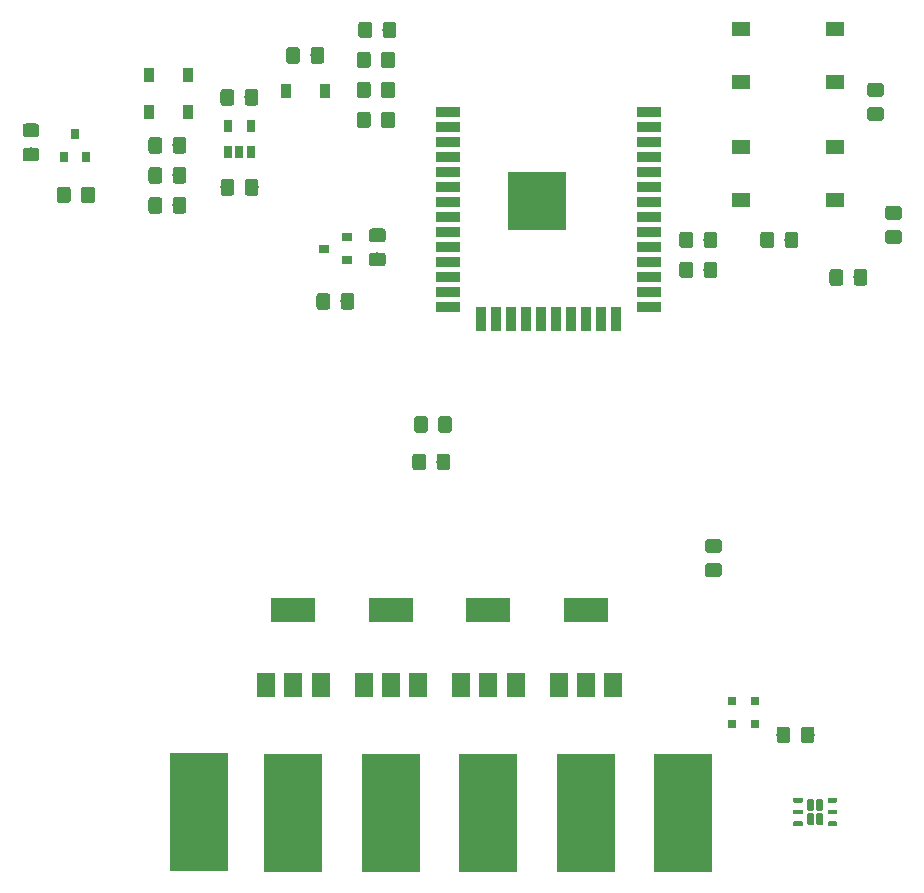
<source format=gbr>
G04 #@! TF.GenerationSoftware,KiCad,Pcbnew,(5.1.0-0)*
G04 #@! TF.CreationDate,2019-10-22T21:45:05+02:00*
G04 #@! TF.ProjectId,esp32,65737033-322e-46b6-9963-61645f706362,rev?*
G04 #@! TF.SameCoordinates,Original*
G04 #@! TF.FileFunction,Paste,Top*
G04 #@! TF.FilePolarity,Positive*
%FSLAX46Y46*%
G04 Gerber Fmt 4.6, Leading zero omitted, Abs format (unit mm)*
G04 Created by KiCad (PCBNEW (5.1.0-0)) date 2019-10-22 21:45:05*
%MOMM*%
%LPD*%
G04 APERTURE LIST*
%ADD10C,0.100000*%
%ADD11C,1.150000*%
%ADD12R,1.550000X1.300000*%
%ADD13R,5.000000X10.000000*%
%ADD14R,3.800000X2.000000*%
%ADD15R,1.500000X2.000000*%
%ADD16R,0.900000X1.200000*%
%ADD17R,0.650000X1.060000*%
%ADD18R,0.900000X0.800000*%
%ADD19C,0.600000*%
%ADD20C,0.400000*%
%ADD21R,0.800000X0.900000*%
%ADD22R,0.640000X0.640000*%
%ADD23R,5.000000X5.000000*%
%ADD24R,2.000000X0.900000*%
%ADD25R,0.900000X2.000000*%
G04 APERTURE END LIST*
D10*
G36*
X143244505Y-107724204D02*
G01*
X143268773Y-107727804D01*
X143292572Y-107733765D01*
X143315671Y-107742030D01*
X143337850Y-107752520D01*
X143358893Y-107765132D01*
X143378599Y-107779747D01*
X143396777Y-107796223D01*
X143413253Y-107814401D01*
X143427868Y-107834107D01*
X143440480Y-107855150D01*
X143450970Y-107877329D01*
X143459235Y-107900428D01*
X143465196Y-107924227D01*
X143468796Y-107948495D01*
X143470000Y-107972999D01*
X143470000Y-108623001D01*
X143468796Y-108647505D01*
X143465196Y-108671773D01*
X143459235Y-108695572D01*
X143450970Y-108718671D01*
X143440480Y-108740850D01*
X143427868Y-108761893D01*
X143413253Y-108781599D01*
X143396777Y-108799777D01*
X143378599Y-108816253D01*
X143358893Y-108830868D01*
X143337850Y-108843480D01*
X143315671Y-108853970D01*
X143292572Y-108862235D01*
X143268773Y-108868196D01*
X143244505Y-108871796D01*
X143220001Y-108873000D01*
X142319999Y-108873000D01*
X142295495Y-108871796D01*
X142271227Y-108868196D01*
X142247428Y-108862235D01*
X142224329Y-108853970D01*
X142202150Y-108843480D01*
X142181107Y-108830868D01*
X142161401Y-108816253D01*
X142143223Y-108799777D01*
X142126747Y-108781599D01*
X142112132Y-108761893D01*
X142099520Y-108740850D01*
X142089030Y-108718671D01*
X142080765Y-108695572D01*
X142074804Y-108671773D01*
X142071204Y-108647505D01*
X142070000Y-108623001D01*
X142070000Y-107972999D01*
X142071204Y-107948495D01*
X142074804Y-107924227D01*
X142080765Y-107900428D01*
X142089030Y-107877329D01*
X142099520Y-107855150D01*
X142112132Y-107834107D01*
X142126747Y-107814401D01*
X142143223Y-107796223D01*
X142161401Y-107779747D01*
X142181107Y-107765132D01*
X142202150Y-107752520D01*
X142224329Y-107742030D01*
X142247428Y-107733765D01*
X142271227Y-107727804D01*
X142295495Y-107724204D01*
X142319999Y-107723000D01*
X143220001Y-107723000D01*
X143244505Y-107724204D01*
X143244505Y-107724204D01*
G37*
D11*
X142770000Y-108298000D03*
D10*
G36*
X143244505Y-109774204D02*
G01*
X143268773Y-109777804D01*
X143292572Y-109783765D01*
X143315671Y-109792030D01*
X143337850Y-109802520D01*
X143358893Y-109815132D01*
X143378599Y-109829747D01*
X143396777Y-109846223D01*
X143413253Y-109864401D01*
X143427868Y-109884107D01*
X143440480Y-109905150D01*
X143450970Y-109927329D01*
X143459235Y-109950428D01*
X143465196Y-109974227D01*
X143468796Y-109998495D01*
X143470000Y-110022999D01*
X143470000Y-110673001D01*
X143468796Y-110697505D01*
X143465196Y-110721773D01*
X143459235Y-110745572D01*
X143450970Y-110768671D01*
X143440480Y-110790850D01*
X143427868Y-110811893D01*
X143413253Y-110831599D01*
X143396777Y-110849777D01*
X143378599Y-110866253D01*
X143358893Y-110880868D01*
X143337850Y-110893480D01*
X143315671Y-110903970D01*
X143292572Y-110912235D01*
X143268773Y-110918196D01*
X143244505Y-110921796D01*
X143220001Y-110923000D01*
X142319999Y-110923000D01*
X142295495Y-110921796D01*
X142271227Y-110918196D01*
X142247428Y-110912235D01*
X142224329Y-110903970D01*
X142202150Y-110893480D01*
X142181107Y-110880868D01*
X142161401Y-110866253D01*
X142143223Y-110849777D01*
X142126747Y-110831599D01*
X142112132Y-110811893D01*
X142099520Y-110790850D01*
X142089030Y-110768671D01*
X142080765Y-110745572D01*
X142074804Y-110721773D01*
X142071204Y-110697505D01*
X142070000Y-110673001D01*
X142070000Y-110022999D01*
X142071204Y-109998495D01*
X142074804Y-109974227D01*
X142080765Y-109950428D01*
X142089030Y-109927329D01*
X142099520Y-109905150D01*
X142112132Y-109884107D01*
X142126747Y-109864401D01*
X142143223Y-109846223D01*
X142161401Y-109829747D01*
X142181107Y-109815132D01*
X142202150Y-109802520D01*
X142224329Y-109792030D01*
X142247428Y-109783765D01*
X142271227Y-109777804D01*
X142295495Y-109774204D01*
X142319999Y-109773000D01*
X143220001Y-109773000D01*
X143244505Y-109774204D01*
X143244505Y-109774204D01*
G37*
D11*
X142770000Y-110348000D03*
D10*
G36*
X142874505Y-84231204D02*
G01*
X142898773Y-84234804D01*
X142922572Y-84240765D01*
X142945671Y-84249030D01*
X142967850Y-84259520D01*
X142988893Y-84272132D01*
X143008599Y-84286747D01*
X143026777Y-84303223D01*
X143043253Y-84321401D01*
X143057868Y-84341107D01*
X143070480Y-84362150D01*
X143080970Y-84384329D01*
X143089235Y-84407428D01*
X143095196Y-84431227D01*
X143098796Y-84455495D01*
X143100000Y-84479999D01*
X143100000Y-85380001D01*
X143098796Y-85404505D01*
X143095196Y-85428773D01*
X143089235Y-85452572D01*
X143080970Y-85475671D01*
X143070480Y-85497850D01*
X143057868Y-85518893D01*
X143043253Y-85538599D01*
X143026777Y-85556777D01*
X143008599Y-85573253D01*
X142988893Y-85587868D01*
X142967850Y-85600480D01*
X142945671Y-85610970D01*
X142922572Y-85619235D01*
X142898773Y-85625196D01*
X142874505Y-85628796D01*
X142850001Y-85630000D01*
X142199999Y-85630000D01*
X142175495Y-85628796D01*
X142151227Y-85625196D01*
X142127428Y-85619235D01*
X142104329Y-85610970D01*
X142082150Y-85600480D01*
X142061107Y-85587868D01*
X142041401Y-85573253D01*
X142023223Y-85556777D01*
X142006747Y-85538599D01*
X141992132Y-85518893D01*
X141979520Y-85497850D01*
X141969030Y-85475671D01*
X141960765Y-85452572D01*
X141954804Y-85428773D01*
X141951204Y-85404505D01*
X141950000Y-85380001D01*
X141950000Y-84479999D01*
X141951204Y-84455495D01*
X141954804Y-84431227D01*
X141960765Y-84407428D01*
X141969030Y-84384329D01*
X141979520Y-84362150D01*
X141992132Y-84341107D01*
X142006747Y-84321401D01*
X142023223Y-84303223D01*
X142041401Y-84286747D01*
X142061107Y-84272132D01*
X142082150Y-84259520D01*
X142104329Y-84249030D01*
X142127428Y-84240765D01*
X142151227Y-84234804D01*
X142175495Y-84231204D01*
X142199999Y-84230000D01*
X142850001Y-84230000D01*
X142874505Y-84231204D01*
X142874505Y-84231204D01*
G37*
D11*
X142525000Y-84930000D03*
D10*
G36*
X140824505Y-84231204D02*
G01*
X140848773Y-84234804D01*
X140872572Y-84240765D01*
X140895671Y-84249030D01*
X140917850Y-84259520D01*
X140938893Y-84272132D01*
X140958599Y-84286747D01*
X140976777Y-84303223D01*
X140993253Y-84321401D01*
X141007868Y-84341107D01*
X141020480Y-84362150D01*
X141030970Y-84384329D01*
X141039235Y-84407428D01*
X141045196Y-84431227D01*
X141048796Y-84455495D01*
X141050000Y-84479999D01*
X141050000Y-85380001D01*
X141048796Y-85404505D01*
X141045196Y-85428773D01*
X141039235Y-85452572D01*
X141030970Y-85475671D01*
X141020480Y-85497850D01*
X141007868Y-85518893D01*
X140993253Y-85538599D01*
X140976777Y-85556777D01*
X140958599Y-85573253D01*
X140938893Y-85587868D01*
X140917850Y-85600480D01*
X140895671Y-85610970D01*
X140872572Y-85619235D01*
X140848773Y-85625196D01*
X140824505Y-85628796D01*
X140800001Y-85630000D01*
X140149999Y-85630000D01*
X140125495Y-85628796D01*
X140101227Y-85625196D01*
X140077428Y-85619235D01*
X140054329Y-85610970D01*
X140032150Y-85600480D01*
X140011107Y-85587868D01*
X139991401Y-85573253D01*
X139973223Y-85556777D01*
X139956747Y-85538599D01*
X139942132Y-85518893D01*
X139929520Y-85497850D01*
X139919030Y-85475671D01*
X139910765Y-85452572D01*
X139904804Y-85428773D01*
X139901204Y-85404505D01*
X139900000Y-85380001D01*
X139900000Y-84479999D01*
X139901204Y-84455495D01*
X139904804Y-84431227D01*
X139910765Y-84407428D01*
X139919030Y-84384329D01*
X139929520Y-84362150D01*
X139942132Y-84341107D01*
X139956747Y-84321401D01*
X139973223Y-84303223D01*
X139991401Y-84286747D01*
X140011107Y-84272132D01*
X140032150Y-84259520D01*
X140054329Y-84249030D01*
X140077428Y-84240765D01*
X140101227Y-84234804D01*
X140125495Y-84231204D01*
X140149999Y-84230000D01*
X140800001Y-84230000D01*
X140824505Y-84231204D01*
X140824505Y-84231204D01*
G37*
D11*
X140475000Y-84930000D03*
D10*
G36*
X120404505Y-97312204D02*
G01*
X120428773Y-97315804D01*
X120452572Y-97321765D01*
X120475671Y-97330030D01*
X120497850Y-97340520D01*
X120518893Y-97353132D01*
X120538599Y-97367747D01*
X120556777Y-97384223D01*
X120573253Y-97402401D01*
X120587868Y-97422107D01*
X120600480Y-97443150D01*
X120610970Y-97465329D01*
X120619235Y-97488428D01*
X120625196Y-97512227D01*
X120628796Y-97536495D01*
X120630000Y-97560999D01*
X120630000Y-98461001D01*
X120628796Y-98485505D01*
X120625196Y-98509773D01*
X120619235Y-98533572D01*
X120610970Y-98556671D01*
X120600480Y-98578850D01*
X120587868Y-98599893D01*
X120573253Y-98619599D01*
X120556777Y-98637777D01*
X120538599Y-98654253D01*
X120518893Y-98668868D01*
X120497850Y-98681480D01*
X120475671Y-98691970D01*
X120452572Y-98700235D01*
X120428773Y-98706196D01*
X120404505Y-98709796D01*
X120380001Y-98711000D01*
X119729999Y-98711000D01*
X119705495Y-98709796D01*
X119681227Y-98706196D01*
X119657428Y-98700235D01*
X119634329Y-98691970D01*
X119612150Y-98681480D01*
X119591107Y-98668868D01*
X119571401Y-98654253D01*
X119553223Y-98637777D01*
X119536747Y-98619599D01*
X119522132Y-98599893D01*
X119509520Y-98578850D01*
X119499030Y-98556671D01*
X119490765Y-98533572D01*
X119484804Y-98509773D01*
X119481204Y-98485505D01*
X119480000Y-98461001D01*
X119480000Y-97560999D01*
X119481204Y-97536495D01*
X119484804Y-97512227D01*
X119490765Y-97488428D01*
X119499030Y-97465329D01*
X119509520Y-97443150D01*
X119522132Y-97422107D01*
X119536747Y-97402401D01*
X119553223Y-97384223D01*
X119571401Y-97367747D01*
X119591107Y-97353132D01*
X119612150Y-97340520D01*
X119634329Y-97330030D01*
X119657428Y-97321765D01*
X119681227Y-97315804D01*
X119705495Y-97312204D01*
X119729999Y-97311000D01*
X120380001Y-97311000D01*
X120404505Y-97312204D01*
X120404505Y-97312204D01*
G37*
D11*
X120055000Y-98011000D03*
D10*
G36*
X118354505Y-97312204D02*
G01*
X118378773Y-97315804D01*
X118402572Y-97321765D01*
X118425671Y-97330030D01*
X118447850Y-97340520D01*
X118468893Y-97353132D01*
X118488599Y-97367747D01*
X118506777Y-97384223D01*
X118523253Y-97402401D01*
X118537868Y-97422107D01*
X118550480Y-97443150D01*
X118560970Y-97465329D01*
X118569235Y-97488428D01*
X118575196Y-97512227D01*
X118578796Y-97536495D01*
X118580000Y-97560999D01*
X118580000Y-98461001D01*
X118578796Y-98485505D01*
X118575196Y-98509773D01*
X118569235Y-98533572D01*
X118560970Y-98556671D01*
X118550480Y-98578850D01*
X118537868Y-98599893D01*
X118523253Y-98619599D01*
X118506777Y-98637777D01*
X118488599Y-98654253D01*
X118468893Y-98668868D01*
X118447850Y-98681480D01*
X118425671Y-98691970D01*
X118402572Y-98700235D01*
X118378773Y-98706196D01*
X118354505Y-98709796D01*
X118330001Y-98711000D01*
X117679999Y-98711000D01*
X117655495Y-98709796D01*
X117631227Y-98706196D01*
X117607428Y-98700235D01*
X117584329Y-98691970D01*
X117562150Y-98681480D01*
X117541107Y-98668868D01*
X117521401Y-98654253D01*
X117503223Y-98637777D01*
X117486747Y-98619599D01*
X117472132Y-98599893D01*
X117459520Y-98578850D01*
X117449030Y-98556671D01*
X117440765Y-98533572D01*
X117434804Y-98509773D01*
X117431204Y-98485505D01*
X117430000Y-98461001D01*
X117430000Y-97560999D01*
X117431204Y-97536495D01*
X117434804Y-97512227D01*
X117440765Y-97488428D01*
X117449030Y-97465329D01*
X117459520Y-97443150D01*
X117472132Y-97422107D01*
X117486747Y-97402401D01*
X117503223Y-97384223D01*
X117521401Y-97367747D01*
X117541107Y-97353132D01*
X117562150Y-97340520D01*
X117584329Y-97330030D01*
X117607428Y-97321765D01*
X117631227Y-97315804D01*
X117655495Y-97312204D01*
X117679999Y-97311000D01*
X118330001Y-97311000D01*
X118354505Y-97312204D01*
X118354505Y-97312204D01*
G37*
D11*
X118005000Y-98011000D03*
D10*
G36*
X140824505Y-81691204D02*
G01*
X140848773Y-81694804D01*
X140872572Y-81700765D01*
X140895671Y-81709030D01*
X140917850Y-81719520D01*
X140938893Y-81732132D01*
X140958599Y-81746747D01*
X140976777Y-81763223D01*
X140993253Y-81781401D01*
X141007868Y-81801107D01*
X141020480Y-81822150D01*
X141030970Y-81844329D01*
X141039235Y-81867428D01*
X141045196Y-81891227D01*
X141048796Y-81915495D01*
X141050000Y-81939999D01*
X141050000Y-82840001D01*
X141048796Y-82864505D01*
X141045196Y-82888773D01*
X141039235Y-82912572D01*
X141030970Y-82935671D01*
X141020480Y-82957850D01*
X141007868Y-82978893D01*
X140993253Y-82998599D01*
X140976777Y-83016777D01*
X140958599Y-83033253D01*
X140938893Y-83047868D01*
X140917850Y-83060480D01*
X140895671Y-83070970D01*
X140872572Y-83079235D01*
X140848773Y-83085196D01*
X140824505Y-83088796D01*
X140800001Y-83090000D01*
X140149999Y-83090000D01*
X140125495Y-83088796D01*
X140101227Y-83085196D01*
X140077428Y-83079235D01*
X140054329Y-83070970D01*
X140032150Y-83060480D01*
X140011107Y-83047868D01*
X139991401Y-83033253D01*
X139973223Y-83016777D01*
X139956747Y-82998599D01*
X139942132Y-82978893D01*
X139929520Y-82957850D01*
X139919030Y-82935671D01*
X139910765Y-82912572D01*
X139904804Y-82888773D01*
X139901204Y-82864505D01*
X139900000Y-82840001D01*
X139900000Y-81939999D01*
X139901204Y-81915495D01*
X139904804Y-81891227D01*
X139910765Y-81867428D01*
X139919030Y-81844329D01*
X139929520Y-81822150D01*
X139942132Y-81801107D01*
X139956747Y-81781401D01*
X139973223Y-81763223D01*
X139991401Y-81746747D01*
X140011107Y-81732132D01*
X140032150Y-81719520D01*
X140054329Y-81709030D01*
X140077428Y-81700765D01*
X140101227Y-81694804D01*
X140125495Y-81691204D01*
X140149999Y-81690000D01*
X140800001Y-81690000D01*
X140824505Y-81691204D01*
X140824505Y-81691204D01*
G37*
D11*
X140475000Y-82390000D03*
D10*
G36*
X142874505Y-81691204D02*
G01*
X142898773Y-81694804D01*
X142922572Y-81700765D01*
X142945671Y-81709030D01*
X142967850Y-81719520D01*
X142988893Y-81732132D01*
X143008599Y-81746747D01*
X143026777Y-81763223D01*
X143043253Y-81781401D01*
X143057868Y-81801107D01*
X143070480Y-81822150D01*
X143080970Y-81844329D01*
X143089235Y-81867428D01*
X143095196Y-81891227D01*
X143098796Y-81915495D01*
X143100000Y-81939999D01*
X143100000Y-82840001D01*
X143098796Y-82864505D01*
X143095196Y-82888773D01*
X143089235Y-82912572D01*
X143080970Y-82935671D01*
X143070480Y-82957850D01*
X143057868Y-82978893D01*
X143043253Y-82998599D01*
X143026777Y-83016777D01*
X143008599Y-83033253D01*
X142988893Y-83047868D01*
X142967850Y-83060480D01*
X142945671Y-83070970D01*
X142922572Y-83079235D01*
X142898773Y-83085196D01*
X142874505Y-83088796D01*
X142850001Y-83090000D01*
X142199999Y-83090000D01*
X142175495Y-83088796D01*
X142151227Y-83085196D01*
X142127428Y-83079235D01*
X142104329Y-83070970D01*
X142082150Y-83060480D01*
X142061107Y-83047868D01*
X142041401Y-83033253D01*
X142023223Y-83016777D01*
X142006747Y-82998599D01*
X141992132Y-82978893D01*
X141979520Y-82957850D01*
X141969030Y-82935671D01*
X141960765Y-82912572D01*
X141954804Y-82888773D01*
X141951204Y-82864505D01*
X141950000Y-82840001D01*
X141950000Y-81939999D01*
X141951204Y-81915495D01*
X141954804Y-81891227D01*
X141960765Y-81867428D01*
X141969030Y-81844329D01*
X141979520Y-81822150D01*
X141992132Y-81801107D01*
X142006747Y-81781401D01*
X142023223Y-81763223D01*
X142041401Y-81746747D01*
X142061107Y-81732132D01*
X142082150Y-81719520D01*
X142104329Y-81709030D01*
X142127428Y-81700765D01*
X142151227Y-81694804D01*
X142175495Y-81691204D01*
X142199999Y-81690000D01*
X142850001Y-81690000D01*
X142874505Y-81691204D01*
X142874505Y-81691204D01*
G37*
D11*
X142525000Y-82390000D03*
D10*
G36*
X118209505Y-100487204D02*
G01*
X118233773Y-100490804D01*
X118257572Y-100496765D01*
X118280671Y-100505030D01*
X118302850Y-100515520D01*
X118323893Y-100528132D01*
X118343599Y-100542747D01*
X118361777Y-100559223D01*
X118378253Y-100577401D01*
X118392868Y-100597107D01*
X118405480Y-100618150D01*
X118415970Y-100640329D01*
X118424235Y-100663428D01*
X118430196Y-100687227D01*
X118433796Y-100711495D01*
X118435000Y-100735999D01*
X118435000Y-101636001D01*
X118433796Y-101660505D01*
X118430196Y-101684773D01*
X118424235Y-101708572D01*
X118415970Y-101731671D01*
X118405480Y-101753850D01*
X118392868Y-101774893D01*
X118378253Y-101794599D01*
X118361777Y-101812777D01*
X118343599Y-101829253D01*
X118323893Y-101843868D01*
X118302850Y-101856480D01*
X118280671Y-101866970D01*
X118257572Y-101875235D01*
X118233773Y-101881196D01*
X118209505Y-101884796D01*
X118185001Y-101886000D01*
X117534999Y-101886000D01*
X117510495Y-101884796D01*
X117486227Y-101881196D01*
X117462428Y-101875235D01*
X117439329Y-101866970D01*
X117417150Y-101856480D01*
X117396107Y-101843868D01*
X117376401Y-101829253D01*
X117358223Y-101812777D01*
X117341747Y-101794599D01*
X117327132Y-101774893D01*
X117314520Y-101753850D01*
X117304030Y-101731671D01*
X117295765Y-101708572D01*
X117289804Y-101684773D01*
X117286204Y-101660505D01*
X117285000Y-101636001D01*
X117285000Y-100735999D01*
X117286204Y-100711495D01*
X117289804Y-100687227D01*
X117295765Y-100663428D01*
X117304030Y-100640329D01*
X117314520Y-100618150D01*
X117327132Y-100597107D01*
X117341747Y-100577401D01*
X117358223Y-100559223D01*
X117376401Y-100542747D01*
X117396107Y-100528132D01*
X117417150Y-100515520D01*
X117439329Y-100505030D01*
X117462428Y-100496765D01*
X117486227Y-100490804D01*
X117510495Y-100487204D01*
X117534999Y-100486000D01*
X118185001Y-100486000D01*
X118209505Y-100487204D01*
X118209505Y-100487204D01*
G37*
D11*
X117860000Y-101186000D03*
D10*
G36*
X120259505Y-100487204D02*
G01*
X120283773Y-100490804D01*
X120307572Y-100496765D01*
X120330671Y-100505030D01*
X120352850Y-100515520D01*
X120373893Y-100528132D01*
X120393599Y-100542747D01*
X120411777Y-100559223D01*
X120428253Y-100577401D01*
X120442868Y-100597107D01*
X120455480Y-100618150D01*
X120465970Y-100640329D01*
X120474235Y-100663428D01*
X120480196Y-100687227D01*
X120483796Y-100711495D01*
X120485000Y-100735999D01*
X120485000Y-101636001D01*
X120483796Y-101660505D01*
X120480196Y-101684773D01*
X120474235Y-101708572D01*
X120465970Y-101731671D01*
X120455480Y-101753850D01*
X120442868Y-101774893D01*
X120428253Y-101794599D01*
X120411777Y-101812777D01*
X120393599Y-101829253D01*
X120373893Y-101843868D01*
X120352850Y-101856480D01*
X120330671Y-101866970D01*
X120307572Y-101875235D01*
X120283773Y-101881196D01*
X120259505Y-101884796D01*
X120235001Y-101886000D01*
X119584999Y-101886000D01*
X119560495Y-101884796D01*
X119536227Y-101881196D01*
X119512428Y-101875235D01*
X119489329Y-101866970D01*
X119467150Y-101856480D01*
X119446107Y-101843868D01*
X119426401Y-101829253D01*
X119408223Y-101812777D01*
X119391747Y-101794599D01*
X119377132Y-101774893D01*
X119364520Y-101753850D01*
X119354030Y-101731671D01*
X119345765Y-101708572D01*
X119339804Y-101684773D01*
X119336204Y-101660505D01*
X119335000Y-101636001D01*
X119335000Y-100735999D01*
X119336204Y-100711495D01*
X119339804Y-100687227D01*
X119345765Y-100663428D01*
X119354030Y-100640329D01*
X119364520Y-100618150D01*
X119377132Y-100597107D01*
X119391747Y-100577401D01*
X119408223Y-100559223D01*
X119426401Y-100542747D01*
X119446107Y-100528132D01*
X119467150Y-100515520D01*
X119489329Y-100505030D01*
X119512428Y-100496765D01*
X119536227Y-100490804D01*
X119560495Y-100487204D01*
X119584999Y-100486000D01*
X120235001Y-100486000D01*
X120259505Y-100487204D01*
X120259505Y-100487204D01*
G37*
D11*
X119910000Y-101186000D03*
D10*
G36*
X115696505Y-63911204D02*
G01*
X115720773Y-63914804D01*
X115744572Y-63920765D01*
X115767671Y-63929030D01*
X115789850Y-63939520D01*
X115810893Y-63952132D01*
X115830599Y-63966747D01*
X115848777Y-63983223D01*
X115865253Y-64001401D01*
X115879868Y-64021107D01*
X115892480Y-64042150D01*
X115902970Y-64064329D01*
X115911235Y-64087428D01*
X115917196Y-64111227D01*
X115920796Y-64135495D01*
X115922000Y-64159999D01*
X115922000Y-65060001D01*
X115920796Y-65084505D01*
X115917196Y-65108773D01*
X115911235Y-65132572D01*
X115902970Y-65155671D01*
X115892480Y-65177850D01*
X115879868Y-65198893D01*
X115865253Y-65218599D01*
X115848777Y-65236777D01*
X115830599Y-65253253D01*
X115810893Y-65267868D01*
X115789850Y-65280480D01*
X115767671Y-65290970D01*
X115744572Y-65299235D01*
X115720773Y-65305196D01*
X115696505Y-65308796D01*
X115672001Y-65310000D01*
X115021999Y-65310000D01*
X114997495Y-65308796D01*
X114973227Y-65305196D01*
X114949428Y-65299235D01*
X114926329Y-65290970D01*
X114904150Y-65280480D01*
X114883107Y-65267868D01*
X114863401Y-65253253D01*
X114845223Y-65236777D01*
X114828747Y-65218599D01*
X114814132Y-65198893D01*
X114801520Y-65177850D01*
X114791030Y-65155671D01*
X114782765Y-65132572D01*
X114776804Y-65108773D01*
X114773204Y-65084505D01*
X114772000Y-65060001D01*
X114772000Y-64159999D01*
X114773204Y-64135495D01*
X114776804Y-64111227D01*
X114782765Y-64087428D01*
X114791030Y-64064329D01*
X114801520Y-64042150D01*
X114814132Y-64021107D01*
X114828747Y-64001401D01*
X114845223Y-63983223D01*
X114863401Y-63966747D01*
X114883107Y-63952132D01*
X114904150Y-63939520D01*
X114926329Y-63929030D01*
X114949428Y-63920765D01*
X114973227Y-63914804D01*
X114997495Y-63911204D01*
X115021999Y-63910000D01*
X115672001Y-63910000D01*
X115696505Y-63911204D01*
X115696505Y-63911204D01*
G37*
D11*
X115347000Y-64610000D03*
D10*
G36*
X113646505Y-63911204D02*
G01*
X113670773Y-63914804D01*
X113694572Y-63920765D01*
X113717671Y-63929030D01*
X113739850Y-63939520D01*
X113760893Y-63952132D01*
X113780599Y-63966747D01*
X113798777Y-63983223D01*
X113815253Y-64001401D01*
X113829868Y-64021107D01*
X113842480Y-64042150D01*
X113852970Y-64064329D01*
X113861235Y-64087428D01*
X113867196Y-64111227D01*
X113870796Y-64135495D01*
X113872000Y-64159999D01*
X113872000Y-65060001D01*
X113870796Y-65084505D01*
X113867196Y-65108773D01*
X113861235Y-65132572D01*
X113852970Y-65155671D01*
X113842480Y-65177850D01*
X113829868Y-65198893D01*
X113815253Y-65218599D01*
X113798777Y-65236777D01*
X113780599Y-65253253D01*
X113760893Y-65267868D01*
X113739850Y-65280480D01*
X113717671Y-65290970D01*
X113694572Y-65299235D01*
X113670773Y-65305196D01*
X113646505Y-65308796D01*
X113622001Y-65310000D01*
X112971999Y-65310000D01*
X112947495Y-65308796D01*
X112923227Y-65305196D01*
X112899428Y-65299235D01*
X112876329Y-65290970D01*
X112854150Y-65280480D01*
X112833107Y-65267868D01*
X112813401Y-65253253D01*
X112795223Y-65236777D01*
X112778747Y-65218599D01*
X112764132Y-65198893D01*
X112751520Y-65177850D01*
X112741030Y-65155671D01*
X112732765Y-65132572D01*
X112726804Y-65108773D01*
X112723204Y-65084505D01*
X112722000Y-65060001D01*
X112722000Y-64159999D01*
X112723204Y-64135495D01*
X112726804Y-64111227D01*
X112732765Y-64087428D01*
X112741030Y-64064329D01*
X112751520Y-64042150D01*
X112764132Y-64021107D01*
X112778747Y-64001401D01*
X112795223Y-63983223D01*
X112813401Y-63966747D01*
X112833107Y-63952132D01*
X112854150Y-63939520D01*
X112876329Y-63929030D01*
X112899428Y-63920765D01*
X112923227Y-63914804D01*
X112947495Y-63911204D01*
X112971999Y-63910000D01*
X113622001Y-63910000D01*
X113646505Y-63911204D01*
X113646505Y-63911204D01*
G37*
D11*
X113297000Y-64610000D03*
D10*
G36*
X149732505Y-81691204D02*
G01*
X149756773Y-81694804D01*
X149780572Y-81700765D01*
X149803671Y-81709030D01*
X149825850Y-81719520D01*
X149846893Y-81732132D01*
X149866599Y-81746747D01*
X149884777Y-81763223D01*
X149901253Y-81781401D01*
X149915868Y-81801107D01*
X149928480Y-81822150D01*
X149938970Y-81844329D01*
X149947235Y-81867428D01*
X149953196Y-81891227D01*
X149956796Y-81915495D01*
X149958000Y-81939999D01*
X149958000Y-82840001D01*
X149956796Y-82864505D01*
X149953196Y-82888773D01*
X149947235Y-82912572D01*
X149938970Y-82935671D01*
X149928480Y-82957850D01*
X149915868Y-82978893D01*
X149901253Y-82998599D01*
X149884777Y-83016777D01*
X149866599Y-83033253D01*
X149846893Y-83047868D01*
X149825850Y-83060480D01*
X149803671Y-83070970D01*
X149780572Y-83079235D01*
X149756773Y-83085196D01*
X149732505Y-83088796D01*
X149708001Y-83090000D01*
X149057999Y-83090000D01*
X149033495Y-83088796D01*
X149009227Y-83085196D01*
X148985428Y-83079235D01*
X148962329Y-83070970D01*
X148940150Y-83060480D01*
X148919107Y-83047868D01*
X148899401Y-83033253D01*
X148881223Y-83016777D01*
X148864747Y-82998599D01*
X148850132Y-82978893D01*
X148837520Y-82957850D01*
X148827030Y-82935671D01*
X148818765Y-82912572D01*
X148812804Y-82888773D01*
X148809204Y-82864505D01*
X148808000Y-82840001D01*
X148808000Y-81939999D01*
X148809204Y-81915495D01*
X148812804Y-81891227D01*
X148818765Y-81867428D01*
X148827030Y-81844329D01*
X148837520Y-81822150D01*
X148850132Y-81801107D01*
X148864747Y-81781401D01*
X148881223Y-81763223D01*
X148899401Y-81746747D01*
X148919107Y-81732132D01*
X148940150Y-81719520D01*
X148962329Y-81709030D01*
X148985428Y-81700765D01*
X149009227Y-81694804D01*
X149033495Y-81691204D01*
X149057999Y-81690000D01*
X149708001Y-81690000D01*
X149732505Y-81691204D01*
X149732505Y-81691204D01*
G37*
D11*
X149383000Y-82390000D03*
D10*
G36*
X147682505Y-81691204D02*
G01*
X147706773Y-81694804D01*
X147730572Y-81700765D01*
X147753671Y-81709030D01*
X147775850Y-81719520D01*
X147796893Y-81732132D01*
X147816599Y-81746747D01*
X147834777Y-81763223D01*
X147851253Y-81781401D01*
X147865868Y-81801107D01*
X147878480Y-81822150D01*
X147888970Y-81844329D01*
X147897235Y-81867428D01*
X147903196Y-81891227D01*
X147906796Y-81915495D01*
X147908000Y-81939999D01*
X147908000Y-82840001D01*
X147906796Y-82864505D01*
X147903196Y-82888773D01*
X147897235Y-82912572D01*
X147888970Y-82935671D01*
X147878480Y-82957850D01*
X147865868Y-82978893D01*
X147851253Y-82998599D01*
X147834777Y-83016777D01*
X147816599Y-83033253D01*
X147796893Y-83047868D01*
X147775850Y-83060480D01*
X147753671Y-83070970D01*
X147730572Y-83079235D01*
X147706773Y-83085196D01*
X147682505Y-83088796D01*
X147658001Y-83090000D01*
X147007999Y-83090000D01*
X146983495Y-83088796D01*
X146959227Y-83085196D01*
X146935428Y-83079235D01*
X146912329Y-83070970D01*
X146890150Y-83060480D01*
X146869107Y-83047868D01*
X146849401Y-83033253D01*
X146831223Y-83016777D01*
X146814747Y-82998599D01*
X146800132Y-82978893D01*
X146787520Y-82957850D01*
X146777030Y-82935671D01*
X146768765Y-82912572D01*
X146762804Y-82888773D01*
X146759204Y-82864505D01*
X146758000Y-82840001D01*
X146758000Y-81939999D01*
X146759204Y-81915495D01*
X146762804Y-81891227D01*
X146768765Y-81867428D01*
X146777030Y-81844329D01*
X146787520Y-81822150D01*
X146800132Y-81801107D01*
X146814747Y-81781401D01*
X146831223Y-81763223D01*
X146849401Y-81746747D01*
X146869107Y-81732132D01*
X146890150Y-81719520D01*
X146912329Y-81709030D01*
X146935428Y-81700765D01*
X146959227Y-81694804D01*
X146983495Y-81691204D01*
X147007999Y-81690000D01*
X147658001Y-81690000D01*
X147682505Y-81691204D01*
X147682505Y-81691204D01*
G37*
D11*
X147333000Y-82390000D03*
D10*
G36*
X156960505Y-71157204D02*
G01*
X156984773Y-71160804D01*
X157008572Y-71166765D01*
X157031671Y-71175030D01*
X157053850Y-71185520D01*
X157074893Y-71198132D01*
X157094599Y-71212747D01*
X157112777Y-71229223D01*
X157129253Y-71247401D01*
X157143868Y-71267107D01*
X157156480Y-71288150D01*
X157166970Y-71310329D01*
X157175235Y-71333428D01*
X157181196Y-71357227D01*
X157184796Y-71381495D01*
X157186000Y-71405999D01*
X157186000Y-72056001D01*
X157184796Y-72080505D01*
X157181196Y-72104773D01*
X157175235Y-72128572D01*
X157166970Y-72151671D01*
X157156480Y-72173850D01*
X157143868Y-72194893D01*
X157129253Y-72214599D01*
X157112777Y-72232777D01*
X157094599Y-72249253D01*
X157074893Y-72263868D01*
X157053850Y-72276480D01*
X157031671Y-72286970D01*
X157008572Y-72295235D01*
X156984773Y-72301196D01*
X156960505Y-72304796D01*
X156936001Y-72306000D01*
X156035999Y-72306000D01*
X156011495Y-72304796D01*
X155987227Y-72301196D01*
X155963428Y-72295235D01*
X155940329Y-72286970D01*
X155918150Y-72276480D01*
X155897107Y-72263868D01*
X155877401Y-72249253D01*
X155859223Y-72232777D01*
X155842747Y-72214599D01*
X155828132Y-72194893D01*
X155815520Y-72173850D01*
X155805030Y-72151671D01*
X155796765Y-72128572D01*
X155790804Y-72104773D01*
X155787204Y-72080505D01*
X155786000Y-72056001D01*
X155786000Y-71405999D01*
X155787204Y-71381495D01*
X155790804Y-71357227D01*
X155796765Y-71333428D01*
X155805030Y-71310329D01*
X155815520Y-71288150D01*
X155828132Y-71267107D01*
X155842747Y-71247401D01*
X155859223Y-71229223D01*
X155877401Y-71212747D01*
X155897107Y-71198132D01*
X155918150Y-71185520D01*
X155940329Y-71175030D01*
X155963428Y-71166765D01*
X155987227Y-71160804D01*
X156011495Y-71157204D01*
X156035999Y-71156000D01*
X156936001Y-71156000D01*
X156960505Y-71157204D01*
X156960505Y-71157204D01*
G37*
D11*
X156486000Y-71731000D03*
D10*
G36*
X156960505Y-69107204D02*
G01*
X156984773Y-69110804D01*
X157008572Y-69116765D01*
X157031671Y-69125030D01*
X157053850Y-69135520D01*
X157074893Y-69148132D01*
X157094599Y-69162747D01*
X157112777Y-69179223D01*
X157129253Y-69197401D01*
X157143868Y-69217107D01*
X157156480Y-69238150D01*
X157166970Y-69260329D01*
X157175235Y-69283428D01*
X157181196Y-69307227D01*
X157184796Y-69331495D01*
X157186000Y-69355999D01*
X157186000Y-70006001D01*
X157184796Y-70030505D01*
X157181196Y-70054773D01*
X157175235Y-70078572D01*
X157166970Y-70101671D01*
X157156480Y-70123850D01*
X157143868Y-70144893D01*
X157129253Y-70164599D01*
X157112777Y-70182777D01*
X157094599Y-70199253D01*
X157074893Y-70213868D01*
X157053850Y-70226480D01*
X157031671Y-70236970D01*
X157008572Y-70245235D01*
X156984773Y-70251196D01*
X156960505Y-70254796D01*
X156936001Y-70256000D01*
X156035999Y-70256000D01*
X156011495Y-70254796D01*
X155987227Y-70251196D01*
X155963428Y-70245235D01*
X155940329Y-70236970D01*
X155918150Y-70226480D01*
X155897107Y-70213868D01*
X155877401Y-70199253D01*
X155859223Y-70182777D01*
X155842747Y-70164599D01*
X155828132Y-70144893D01*
X155815520Y-70123850D01*
X155805030Y-70101671D01*
X155796765Y-70078572D01*
X155790804Y-70054773D01*
X155787204Y-70030505D01*
X155786000Y-70006001D01*
X155786000Y-69355999D01*
X155787204Y-69331495D01*
X155790804Y-69307227D01*
X155796765Y-69283428D01*
X155805030Y-69260329D01*
X155815520Y-69238150D01*
X155828132Y-69217107D01*
X155842747Y-69197401D01*
X155859223Y-69179223D01*
X155877401Y-69162747D01*
X155897107Y-69148132D01*
X155918150Y-69135520D01*
X155940329Y-69125030D01*
X155963428Y-69116765D01*
X155987227Y-69110804D01*
X156011495Y-69107204D01*
X156035999Y-69106000D01*
X156936001Y-69106000D01*
X156960505Y-69107204D01*
X156960505Y-69107204D01*
G37*
D11*
X156486000Y-69681000D03*
D12*
X145140000Y-64500000D03*
X145140000Y-69000000D03*
X153100000Y-69000000D03*
X153100000Y-64500000D03*
X153100000Y-74552000D03*
X153100000Y-79052000D03*
X145140000Y-79052000D03*
X145140000Y-74552000D03*
D10*
G36*
X151099506Y-123601204D02*
G01*
X151123774Y-123604804D01*
X151147573Y-123610765D01*
X151170672Y-123619030D01*
X151192851Y-123629520D01*
X151213894Y-123642132D01*
X151233600Y-123656747D01*
X151251778Y-123673223D01*
X151268254Y-123691401D01*
X151282869Y-123711107D01*
X151295481Y-123732150D01*
X151305971Y-123754329D01*
X151314236Y-123777428D01*
X151320197Y-123801227D01*
X151323797Y-123825495D01*
X151325001Y-123849999D01*
X151325001Y-124750001D01*
X151323797Y-124774505D01*
X151320197Y-124798773D01*
X151314236Y-124822572D01*
X151305971Y-124845671D01*
X151295481Y-124867850D01*
X151282869Y-124888893D01*
X151268254Y-124908599D01*
X151251778Y-124926777D01*
X151233600Y-124943253D01*
X151213894Y-124957868D01*
X151192851Y-124970480D01*
X151170672Y-124980970D01*
X151147573Y-124989235D01*
X151123774Y-124995196D01*
X151099506Y-124998796D01*
X151075002Y-125000000D01*
X150425000Y-125000000D01*
X150400496Y-124998796D01*
X150376228Y-124995196D01*
X150352429Y-124989235D01*
X150329330Y-124980970D01*
X150307151Y-124970480D01*
X150286108Y-124957868D01*
X150266402Y-124943253D01*
X150248224Y-124926777D01*
X150231748Y-124908599D01*
X150217133Y-124888893D01*
X150204521Y-124867850D01*
X150194031Y-124845671D01*
X150185766Y-124822572D01*
X150179805Y-124798773D01*
X150176205Y-124774505D01*
X150175001Y-124750001D01*
X150175001Y-123849999D01*
X150176205Y-123825495D01*
X150179805Y-123801227D01*
X150185766Y-123777428D01*
X150194031Y-123754329D01*
X150204521Y-123732150D01*
X150217133Y-123711107D01*
X150231748Y-123691401D01*
X150248224Y-123673223D01*
X150266402Y-123656747D01*
X150286108Y-123642132D01*
X150307151Y-123629520D01*
X150329330Y-123619030D01*
X150352429Y-123610765D01*
X150376228Y-123604804D01*
X150400496Y-123601204D01*
X150425000Y-123600000D01*
X151075002Y-123600000D01*
X151099506Y-123601204D01*
X151099506Y-123601204D01*
G37*
D11*
X150750001Y-124300000D03*
D10*
G36*
X149049506Y-123601204D02*
G01*
X149073774Y-123604804D01*
X149097573Y-123610765D01*
X149120672Y-123619030D01*
X149142851Y-123629520D01*
X149163894Y-123642132D01*
X149183600Y-123656747D01*
X149201778Y-123673223D01*
X149218254Y-123691401D01*
X149232869Y-123711107D01*
X149245481Y-123732150D01*
X149255971Y-123754329D01*
X149264236Y-123777428D01*
X149270197Y-123801227D01*
X149273797Y-123825495D01*
X149275001Y-123849999D01*
X149275001Y-124750001D01*
X149273797Y-124774505D01*
X149270197Y-124798773D01*
X149264236Y-124822572D01*
X149255971Y-124845671D01*
X149245481Y-124867850D01*
X149232869Y-124888893D01*
X149218254Y-124908599D01*
X149201778Y-124926777D01*
X149183600Y-124943253D01*
X149163894Y-124957868D01*
X149142851Y-124970480D01*
X149120672Y-124980970D01*
X149097573Y-124989235D01*
X149073774Y-124995196D01*
X149049506Y-124998796D01*
X149025002Y-125000000D01*
X148375000Y-125000000D01*
X148350496Y-124998796D01*
X148326228Y-124995196D01*
X148302429Y-124989235D01*
X148279330Y-124980970D01*
X148257151Y-124970480D01*
X148236108Y-124957868D01*
X148216402Y-124943253D01*
X148198224Y-124926777D01*
X148181748Y-124908599D01*
X148167133Y-124888893D01*
X148154521Y-124867850D01*
X148144031Y-124845671D01*
X148135766Y-124822572D01*
X148129805Y-124798773D01*
X148126205Y-124774505D01*
X148125001Y-124750001D01*
X148125001Y-123849999D01*
X148126205Y-123825495D01*
X148129805Y-123801227D01*
X148135766Y-123777428D01*
X148144031Y-123754329D01*
X148154521Y-123732150D01*
X148167133Y-123711107D01*
X148181748Y-123691401D01*
X148198224Y-123673223D01*
X148216402Y-123656747D01*
X148236108Y-123642132D01*
X148257151Y-123629520D01*
X148279330Y-123619030D01*
X148302429Y-123610765D01*
X148326228Y-123604804D01*
X148350496Y-123601204D01*
X148375000Y-123600000D01*
X149025002Y-123600000D01*
X149049506Y-123601204D01*
X149049506Y-123601204D01*
G37*
D11*
X148700001Y-124300000D03*
D10*
G36*
X158484505Y-79521204D02*
G01*
X158508773Y-79524804D01*
X158532572Y-79530765D01*
X158555671Y-79539030D01*
X158577850Y-79549520D01*
X158598893Y-79562132D01*
X158618599Y-79576747D01*
X158636777Y-79593223D01*
X158653253Y-79611401D01*
X158667868Y-79631107D01*
X158680480Y-79652150D01*
X158690970Y-79674329D01*
X158699235Y-79697428D01*
X158705196Y-79721227D01*
X158708796Y-79745495D01*
X158710000Y-79769999D01*
X158710000Y-80420001D01*
X158708796Y-80444505D01*
X158705196Y-80468773D01*
X158699235Y-80492572D01*
X158690970Y-80515671D01*
X158680480Y-80537850D01*
X158667868Y-80558893D01*
X158653253Y-80578599D01*
X158636777Y-80596777D01*
X158618599Y-80613253D01*
X158598893Y-80627868D01*
X158577850Y-80640480D01*
X158555671Y-80650970D01*
X158532572Y-80659235D01*
X158508773Y-80665196D01*
X158484505Y-80668796D01*
X158460001Y-80670000D01*
X157559999Y-80670000D01*
X157535495Y-80668796D01*
X157511227Y-80665196D01*
X157487428Y-80659235D01*
X157464329Y-80650970D01*
X157442150Y-80640480D01*
X157421107Y-80627868D01*
X157401401Y-80613253D01*
X157383223Y-80596777D01*
X157366747Y-80578599D01*
X157352132Y-80558893D01*
X157339520Y-80537850D01*
X157329030Y-80515671D01*
X157320765Y-80492572D01*
X157314804Y-80468773D01*
X157311204Y-80444505D01*
X157310000Y-80420001D01*
X157310000Y-79769999D01*
X157311204Y-79745495D01*
X157314804Y-79721227D01*
X157320765Y-79697428D01*
X157329030Y-79674329D01*
X157339520Y-79652150D01*
X157352132Y-79631107D01*
X157366747Y-79611401D01*
X157383223Y-79593223D01*
X157401401Y-79576747D01*
X157421107Y-79562132D01*
X157442150Y-79549520D01*
X157464329Y-79539030D01*
X157487428Y-79530765D01*
X157511227Y-79524804D01*
X157535495Y-79521204D01*
X157559999Y-79520000D01*
X158460001Y-79520000D01*
X158484505Y-79521204D01*
X158484505Y-79521204D01*
G37*
D11*
X158010000Y-80095000D03*
D10*
G36*
X158484505Y-81571204D02*
G01*
X158508773Y-81574804D01*
X158532572Y-81580765D01*
X158555671Y-81589030D01*
X158577850Y-81599520D01*
X158598893Y-81612132D01*
X158618599Y-81626747D01*
X158636777Y-81643223D01*
X158653253Y-81661401D01*
X158667868Y-81681107D01*
X158680480Y-81702150D01*
X158690970Y-81724329D01*
X158699235Y-81747428D01*
X158705196Y-81771227D01*
X158708796Y-81795495D01*
X158710000Y-81819999D01*
X158710000Y-82470001D01*
X158708796Y-82494505D01*
X158705196Y-82518773D01*
X158699235Y-82542572D01*
X158690970Y-82565671D01*
X158680480Y-82587850D01*
X158667868Y-82608893D01*
X158653253Y-82628599D01*
X158636777Y-82646777D01*
X158618599Y-82663253D01*
X158598893Y-82677868D01*
X158577850Y-82690480D01*
X158555671Y-82700970D01*
X158532572Y-82709235D01*
X158508773Y-82715196D01*
X158484505Y-82718796D01*
X158460001Y-82720000D01*
X157559999Y-82720000D01*
X157535495Y-82718796D01*
X157511227Y-82715196D01*
X157487428Y-82709235D01*
X157464329Y-82700970D01*
X157442150Y-82690480D01*
X157421107Y-82677868D01*
X157401401Y-82663253D01*
X157383223Y-82646777D01*
X157366747Y-82628599D01*
X157352132Y-82608893D01*
X157339520Y-82587850D01*
X157329030Y-82565671D01*
X157320765Y-82542572D01*
X157314804Y-82518773D01*
X157311204Y-82494505D01*
X157310000Y-82470001D01*
X157310000Y-81819999D01*
X157311204Y-81795495D01*
X157314804Y-81771227D01*
X157320765Y-81747428D01*
X157329030Y-81724329D01*
X157339520Y-81702150D01*
X157352132Y-81681107D01*
X157366747Y-81661401D01*
X157383223Y-81643223D01*
X157401401Y-81626747D01*
X157421107Y-81612132D01*
X157442150Y-81599520D01*
X157464329Y-81589030D01*
X157487428Y-81580765D01*
X157511227Y-81574804D01*
X157535495Y-81571204D01*
X157559999Y-81570000D01*
X158460001Y-81570000D01*
X158484505Y-81571204D01*
X158484505Y-81571204D01*
G37*
D11*
X158010000Y-82145000D03*
D13*
X99190001Y-130845001D03*
D10*
G36*
X109591505Y-66070204D02*
G01*
X109615773Y-66073804D01*
X109639572Y-66079765D01*
X109662671Y-66088030D01*
X109684850Y-66098520D01*
X109705893Y-66111132D01*
X109725599Y-66125747D01*
X109743777Y-66142223D01*
X109760253Y-66160401D01*
X109774868Y-66180107D01*
X109787480Y-66201150D01*
X109797970Y-66223329D01*
X109806235Y-66246428D01*
X109812196Y-66270227D01*
X109815796Y-66294495D01*
X109817000Y-66318999D01*
X109817000Y-67219001D01*
X109815796Y-67243505D01*
X109812196Y-67267773D01*
X109806235Y-67291572D01*
X109797970Y-67314671D01*
X109787480Y-67336850D01*
X109774868Y-67357893D01*
X109760253Y-67377599D01*
X109743777Y-67395777D01*
X109725599Y-67412253D01*
X109705893Y-67426868D01*
X109684850Y-67439480D01*
X109662671Y-67449970D01*
X109639572Y-67458235D01*
X109615773Y-67464196D01*
X109591505Y-67467796D01*
X109567001Y-67469000D01*
X108916999Y-67469000D01*
X108892495Y-67467796D01*
X108868227Y-67464196D01*
X108844428Y-67458235D01*
X108821329Y-67449970D01*
X108799150Y-67439480D01*
X108778107Y-67426868D01*
X108758401Y-67412253D01*
X108740223Y-67395777D01*
X108723747Y-67377599D01*
X108709132Y-67357893D01*
X108696520Y-67336850D01*
X108686030Y-67314671D01*
X108677765Y-67291572D01*
X108671804Y-67267773D01*
X108668204Y-67243505D01*
X108667000Y-67219001D01*
X108667000Y-66318999D01*
X108668204Y-66294495D01*
X108671804Y-66270227D01*
X108677765Y-66246428D01*
X108686030Y-66223329D01*
X108696520Y-66201150D01*
X108709132Y-66180107D01*
X108723747Y-66160401D01*
X108740223Y-66142223D01*
X108758401Y-66125747D01*
X108778107Y-66111132D01*
X108799150Y-66098520D01*
X108821329Y-66088030D01*
X108844428Y-66079765D01*
X108868227Y-66073804D01*
X108892495Y-66070204D01*
X108916999Y-66069000D01*
X109567001Y-66069000D01*
X109591505Y-66070204D01*
X109591505Y-66070204D01*
G37*
D11*
X109242000Y-66769000D03*
D10*
G36*
X107541505Y-66070204D02*
G01*
X107565773Y-66073804D01*
X107589572Y-66079765D01*
X107612671Y-66088030D01*
X107634850Y-66098520D01*
X107655893Y-66111132D01*
X107675599Y-66125747D01*
X107693777Y-66142223D01*
X107710253Y-66160401D01*
X107724868Y-66180107D01*
X107737480Y-66201150D01*
X107747970Y-66223329D01*
X107756235Y-66246428D01*
X107762196Y-66270227D01*
X107765796Y-66294495D01*
X107767000Y-66318999D01*
X107767000Y-67219001D01*
X107765796Y-67243505D01*
X107762196Y-67267773D01*
X107756235Y-67291572D01*
X107747970Y-67314671D01*
X107737480Y-67336850D01*
X107724868Y-67357893D01*
X107710253Y-67377599D01*
X107693777Y-67395777D01*
X107675599Y-67412253D01*
X107655893Y-67426868D01*
X107634850Y-67439480D01*
X107612671Y-67449970D01*
X107589572Y-67458235D01*
X107565773Y-67464196D01*
X107541505Y-67467796D01*
X107517001Y-67469000D01*
X106866999Y-67469000D01*
X106842495Y-67467796D01*
X106818227Y-67464196D01*
X106794428Y-67458235D01*
X106771329Y-67449970D01*
X106749150Y-67439480D01*
X106728107Y-67426868D01*
X106708401Y-67412253D01*
X106690223Y-67395777D01*
X106673747Y-67377599D01*
X106659132Y-67357893D01*
X106646520Y-67336850D01*
X106636030Y-67314671D01*
X106627765Y-67291572D01*
X106621804Y-67267773D01*
X106618204Y-67243505D01*
X106617000Y-67219001D01*
X106617000Y-66318999D01*
X106618204Y-66294495D01*
X106621804Y-66270227D01*
X106627765Y-66246428D01*
X106636030Y-66223329D01*
X106646520Y-66201150D01*
X106659132Y-66180107D01*
X106673747Y-66160401D01*
X106690223Y-66142223D01*
X106708401Y-66125747D01*
X106728107Y-66111132D01*
X106749150Y-66098520D01*
X106771329Y-66088030D01*
X106794428Y-66079765D01*
X106818227Y-66073804D01*
X106842495Y-66070204D01*
X106866999Y-66069000D01*
X107517001Y-66069000D01*
X107541505Y-66070204D01*
X107541505Y-66070204D01*
G37*
D11*
X107192000Y-66769000D03*
D13*
X140230000Y-130885000D03*
X115465000Y-130885000D03*
X123720000Y-130885000D03*
X131975000Y-130885000D03*
X107210000Y-130885000D03*
D14*
X115465000Y-113765000D03*
D15*
X115465000Y-120065000D03*
X117765000Y-120065000D03*
X113165000Y-120065000D03*
D14*
X123720000Y-113765000D03*
D15*
X123720000Y-120065000D03*
X126020000Y-120065000D03*
X121420000Y-120065000D03*
D14*
X131975000Y-113765000D03*
D15*
X131975000Y-120065000D03*
X134275000Y-120065000D03*
X129675000Y-120065000D03*
D14*
X107210000Y-113765000D03*
D15*
X107210000Y-120065000D03*
X109510000Y-120065000D03*
X104910000Y-120065000D03*
D10*
G36*
X101971505Y-77246204D02*
G01*
X101995773Y-77249804D01*
X102019572Y-77255765D01*
X102042671Y-77264030D01*
X102064850Y-77274520D01*
X102085893Y-77287132D01*
X102105599Y-77301747D01*
X102123777Y-77318223D01*
X102140253Y-77336401D01*
X102154868Y-77356107D01*
X102167480Y-77377150D01*
X102177970Y-77399329D01*
X102186235Y-77422428D01*
X102192196Y-77446227D01*
X102195796Y-77470495D01*
X102197000Y-77494999D01*
X102197000Y-78395001D01*
X102195796Y-78419505D01*
X102192196Y-78443773D01*
X102186235Y-78467572D01*
X102177970Y-78490671D01*
X102167480Y-78512850D01*
X102154868Y-78533893D01*
X102140253Y-78553599D01*
X102123777Y-78571777D01*
X102105599Y-78588253D01*
X102085893Y-78602868D01*
X102064850Y-78615480D01*
X102042671Y-78625970D01*
X102019572Y-78634235D01*
X101995773Y-78640196D01*
X101971505Y-78643796D01*
X101947001Y-78645000D01*
X101296999Y-78645000D01*
X101272495Y-78643796D01*
X101248227Y-78640196D01*
X101224428Y-78634235D01*
X101201329Y-78625970D01*
X101179150Y-78615480D01*
X101158107Y-78602868D01*
X101138401Y-78588253D01*
X101120223Y-78571777D01*
X101103747Y-78553599D01*
X101089132Y-78533893D01*
X101076520Y-78512850D01*
X101066030Y-78490671D01*
X101057765Y-78467572D01*
X101051804Y-78443773D01*
X101048204Y-78419505D01*
X101047000Y-78395001D01*
X101047000Y-77494999D01*
X101048204Y-77470495D01*
X101051804Y-77446227D01*
X101057765Y-77422428D01*
X101066030Y-77399329D01*
X101076520Y-77377150D01*
X101089132Y-77356107D01*
X101103747Y-77336401D01*
X101120223Y-77318223D01*
X101138401Y-77301747D01*
X101158107Y-77287132D01*
X101179150Y-77274520D01*
X101201329Y-77264030D01*
X101224428Y-77255765D01*
X101248227Y-77249804D01*
X101272495Y-77246204D01*
X101296999Y-77245000D01*
X101947001Y-77245000D01*
X101971505Y-77246204D01*
X101971505Y-77246204D01*
G37*
D11*
X101622000Y-77945000D03*
D10*
G36*
X104021505Y-77246204D02*
G01*
X104045773Y-77249804D01*
X104069572Y-77255765D01*
X104092671Y-77264030D01*
X104114850Y-77274520D01*
X104135893Y-77287132D01*
X104155599Y-77301747D01*
X104173777Y-77318223D01*
X104190253Y-77336401D01*
X104204868Y-77356107D01*
X104217480Y-77377150D01*
X104227970Y-77399329D01*
X104236235Y-77422428D01*
X104242196Y-77446227D01*
X104245796Y-77470495D01*
X104247000Y-77494999D01*
X104247000Y-78395001D01*
X104245796Y-78419505D01*
X104242196Y-78443773D01*
X104236235Y-78467572D01*
X104227970Y-78490671D01*
X104217480Y-78512850D01*
X104204868Y-78533893D01*
X104190253Y-78553599D01*
X104173777Y-78571777D01*
X104155599Y-78588253D01*
X104135893Y-78602868D01*
X104114850Y-78615480D01*
X104092671Y-78625970D01*
X104069572Y-78634235D01*
X104045773Y-78640196D01*
X104021505Y-78643796D01*
X103997001Y-78645000D01*
X103346999Y-78645000D01*
X103322495Y-78643796D01*
X103298227Y-78640196D01*
X103274428Y-78634235D01*
X103251329Y-78625970D01*
X103229150Y-78615480D01*
X103208107Y-78602868D01*
X103188401Y-78588253D01*
X103170223Y-78571777D01*
X103153747Y-78553599D01*
X103139132Y-78533893D01*
X103126520Y-78512850D01*
X103116030Y-78490671D01*
X103107765Y-78467572D01*
X103101804Y-78443773D01*
X103098204Y-78419505D01*
X103097000Y-78395001D01*
X103097000Y-77494999D01*
X103098204Y-77470495D01*
X103101804Y-77446227D01*
X103107765Y-77422428D01*
X103116030Y-77399329D01*
X103126520Y-77377150D01*
X103139132Y-77356107D01*
X103153747Y-77336401D01*
X103170223Y-77318223D01*
X103188401Y-77301747D01*
X103208107Y-77287132D01*
X103229150Y-77274520D01*
X103251329Y-77264030D01*
X103274428Y-77255765D01*
X103298227Y-77249804D01*
X103322495Y-77246204D01*
X103346999Y-77245000D01*
X103997001Y-77245000D01*
X104021505Y-77246204D01*
X104021505Y-77246204D01*
G37*
D11*
X103672000Y-77945000D03*
D10*
G36*
X113519505Y-68991204D02*
G01*
X113543773Y-68994804D01*
X113567572Y-69000765D01*
X113590671Y-69009030D01*
X113612850Y-69019520D01*
X113633893Y-69032132D01*
X113653599Y-69046747D01*
X113671777Y-69063223D01*
X113688253Y-69081401D01*
X113702868Y-69101107D01*
X113715480Y-69122150D01*
X113725970Y-69144329D01*
X113734235Y-69167428D01*
X113740196Y-69191227D01*
X113743796Y-69215495D01*
X113745000Y-69239999D01*
X113745000Y-70140001D01*
X113743796Y-70164505D01*
X113740196Y-70188773D01*
X113734235Y-70212572D01*
X113725970Y-70235671D01*
X113715480Y-70257850D01*
X113702868Y-70278893D01*
X113688253Y-70298599D01*
X113671777Y-70316777D01*
X113653599Y-70333253D01*
X113633893Y-70347868D01*
X113612850Y-70360480D01*
X113590671Y-70370970D01*
X113567572Y-70379235D01*
X113543773Y-70385196D01*
X113519505Y-70388796D01*
X113495001Y-70390000D01*
X112844999Y-70390000D01*
X112820495Y-70388796D01*
X112796227Y-70385196D01*
X112772428Y-70379235D01*
X112749329Y-70370970D01*
X112727150Y-70360480D01*
X112706107Y-70347868D01*
X112686401Y-70333253D01*
X112668223Y-70316777D01*
X112651747Y-70298599D01*
X112637132Y-70278893D01*
X112624520Y-70257850D01*
X112614030Y-70235671D01*
X112605765Y-70212572D01*
X112599804Y-70188773D01*
X112596204Y-70164505D01*
X112595000Y-70140001D01*
X112595000Y-69239999D01*
X112596204Y-69215495D01*
X112599804Y-69191227D01*
X112605765Y-69167428D01*
X112614030Y-69144329D01*
X112624520Y-69122150D01*
X112637132Y-69101107D01*
X112651747Y-69081401D01*
X112668223Y-69063223D01*
X112686401Y-69046747D01*
X112706107Y-69032132D01*
X112727150Y-69019520D01*
X112749329Y-69009030D01*
X112772428Y-69000765D01*
X112796227Y-68994804D01*
X112820495Y-68991204D01*
X112844999Y-68990000D01*
X113495001Y-68990000D01*
X113519505Y-68991204D01*
X113519505Y-68991204D01*
G37*
D11*
X113170000Y-69690000D03*
D10*
G36*
X115569505Y-68991204D02*
G01*
X115593773Y-68994804D01*
X115617572Y-69000765D01*
X115640671Y-69009030D01*
X115662850Y-69019520D01*
X115683893Y-69032132D01*
X115703599Y-69046747D01*
X115721777Y-69063223D01*
X115738253Y-69081401D01*
X115752868Y-69101107D01*
X115765480Y-69122150D01*
X115775970Y-69144329D01*
X115784235Y-69167428D01*
X115790196Y-69191227D01*
X115793796Y-69215495D01*
X115795000Y-69239999D01*
X115795000Y-70140001D01*
X115793796Y-70164505D01*
X115790196Y-70188773D01*
X115784235Y-70212572D01*
X115775970Y-70235671D01*
X115765480Y-70257850D01*
X115752868Y-70278893D01*
X115738253Y-70298599D01*
X115721777Y-70316777D01*
X115703599Y-70333253D01*
X115683893Y-70347868D01*
X115662850Y-70360480D01*
X115640671Y-70370970D01*
X115617572Y-70379235D01*
X115593773Y-70385196D01*
X115569505Y-70388796D01*
X115545001Y-70390000D01*
X114894999Y-70390000D01*
X114870495Y-70388796D01*
X114846227Y-70385196D01*
X114822428Y-70379235D01*
X114799329Y-70370970D01*
X114777150Y-70360480D01*
X114756107Y-70347868D01*
X114736401Y-70333253D01*
X114718223Y-70316777D01*
X114701747Y-70298599D01*
X114687132Y-70278893D01*
X114674520Y-70257850D01*
X114664030Y-70235671D01*
X114655765Y-70212572D01*
X114649804Y-70188773D01*
X114646204Y-70164505D01*
X114645000Y-70140001D01*
X114645000Y-69239999D01*
X114646204Y-69215495D01*
X114649804Y-69191227D01*
X114655765Y-69167428D01*
X114664030Y-69144329D01*
X114674520Y-69122150D01*
X114687132Y-69101107D01*
X114701747Y-69081401D01*
X114718223Y-69063223D01*
X114736401Y-69046747D01*
X114756107Y-69032132D01*
X114777150Y-69019520D01*
X114799329Y-69009030D01*
X114822428Y-69000765D01*
X114846227Y-68994804D01*
X114870495Y-68991204D01*
X114894999Y-68990000D01*
X115545001Y-68990000D01*
X115569505Y-68991204D01*
X115569505Y-68991204D01*
G37*
D11*
X115220000Y-69690000D03*
D10*
G36*
X110090505Y-86898204D02*
G01*
X110114773Y-86901804D01*
X110138572Y-86907765D01*
X110161671Y-86916030D01*
X110183850Y-86926520D01*
X110204893Y-86939132D01*
X110224599Y-86953747D01*
X110242777Y-86970223D01*
X110259253Y-86988401D01*
X110273868Y-87008107D01*
X110286480Y-87029150D01*
X110296970Y-87051329D01*
X110305235Y-87074428D01*
X110311196Y-87098227D01*
X110314796Y-87122495D01*
X110316000Y-87146999D01*
X110316000Y-88047001D01*
X110314796Y-88071505D01*
X110311196Y-88095773D01*
X110305235Y-88119572D01*
X110296970Y-88142671D01*
X110286480Y-88164850D01*
X110273868Y-88185893D01*
X110259253Y-88205599D01*
X110242777Y-88223777D01*
X110224599Y-88240253D01*
X110204893Y-88254868D01*
X110183850Y-88267480D01*
X110161671Y-88277970D01*
X110138572Y-88286235D01*
X110114773Y-88292196D01*
X110090505Y-88295796D01*
X110066001Y-88297000D01*
X109415999Y-88297000D01*
X109391495Y-88295796D01*
X109367227Y-88292196D01*
X109343428Y-88286235D01*
X109320329Y-88277970D01*
X109298150Y-88267480D01*
X109277107Y-88254868D01*
X109257401Y-88240253D01*
X109239223Y-88223777D01*
X109222747Y-88205599D01*
X109208132Y-88185893D01*
X109195520Y-88164850D01*
X109185030Y-88142671D01*
X109176765Y-88119572D01*
X109170804Y-88095773D01*
X109167204Y-88071505D01*
X109166000Y-88047001D01*
X109166000Y-87146999D01*
X109167204Y-87122495D01*
X109170804Y-87098227D01*
X109176765Y-87074428D01*
X109185030Y-87051329D01*
X109195520Y-87029150D01*
X109208132Y-87008107D01*
X109222747Y-86988401D01*
X109239223Y-86970223D01*
X109257401Y-86953747D01*
X109277107Y-86939132D01*
X109298150Y-86926520D01*
X109320329Y-86916030D01*
X109343428Y-86907765D01*
X109367227Y-86901804D01*
X109391495Y-86898204D01*
X109415999Y-86897000D01*
X110066001Y-86897000D01*
X110090505Y-86898204D01*
X110090505Y-86898204D01*
G37*
D11*
X109741000Y-87597000D03*
D10*
G36*
X112140505Y-86898204D02*
G01*
X112164773Y-86901804D01*
X112188572Y-86907765D01*
X112211671Y-86916030D01*
X112233850Y-86926520D01*
X112254893Y-86939132D01*
X112274599Y-86953747D01*
X112292777Y-86970223D01*
X112309253Y-86988401D01*
X112323868Y-87008107D01*
X112336480Y-87029150D01*
X112346970Y-87051329D01*
X112355235Y-87074428D01*
X112361196Y-87098227D01*
X112364796Y-87122495D01*
X112366000Y-87146999D01*
X112366000Y-88047001D01*
X112364796Y-88071505D01*
X112361196Y-88095773D01*
X112355235Y-88119572D01*
X112346970Y-88142671D01*
X112336480Y-88164850D01*
X112323868Y-88185893D01*
X112309253Y-88205599D01*
X112292777Y-88223777D01*
X112274599Y-88240253D01*
X112254893Y-88254868D01*
X112233850Y-88267480D01*
X112211671Y-88277970D01*
X112188572Y-88286235D01*
X112164773Y-88292196D01*
X112140505Y-88295796D01*
X112116001Y-88297000D01*
X111465999Y-88297000D01*
X111441495Y-88295796D01*
X111417227Y-88292196D01*
X111393428Y-88286235D01*
X111370329Y-88277970D01*
X111348150Y-88267480D01*
X111327107Y-88254868D01*
X111307401Y-88240253D01*
X111289223Y-88223777D01*
X111272747Y-88205599D01*
X111258132Y-88185893D01*
X111245520Y-88164850D01*
X111235030Y-88142671D01*
X111226765Y-88119572D01*
X111220804Y-88095773D01*
X111217204Y-88071505D01*
X111216000Y-88047001D01*
X111216000Y-87146999D01*
X111217204Y-87122495D01*
X111220804Y-87098227D01*
X111226765Y-87074428D01*
X111235030Y-87051329D01*
X111245520Y-87029150D01*
X111258132Y-87008107D01*
X111272747Y-86988401D01*
X111289223Y-86970223D01*
X111307401Y-86953747D01*
X111327107Y-86939132D01*
X111348150Y-86926520D01*
X111370329Y-86916030D01*
X111393428Y-86907765D01*
X111417227Y-86901804D01*
X111441495Y-86898204D01*
X111465999Y-86897000D01*
X112116001Y-86897000D01*
X112140505Y-86898204D01*
X112140505Y-86898204D01*
G37*
D11*
X111791000Y-87597000D03*
D10*
G36*
X114796505Y-81426204D02*
G01*
X114820773Y-81429804D01*
X114844572Y-81435765D01*
X114867671Y-81444030D01*
X114889850Y-81454520D01*
X114910893Y-81467132D01*
X114930599Y-81481747D01*
X114948777Y-81498223D01*
X114965253Y-81516401D01*
X114979868Y-81536107D01*
X114992480Y-81557150D01*
X115002970Y-81579329D01*
X115011235Y-81602428D01*
X115017196Y-81626227D01*
X115020796Y-81650495D01*
X115022000Y-81674999D01*
X115022000Y-82325001D01*
X115020796Y-82349505D01*
X115017196Y-82373773D01*
X115011235Y-82397572D01*
X115002970Y-82420671D01*
X114992480Y-82442850D01*
X114979868Y-82463893D01*
X114965253Y-82483599D01*
X114948777Y-82501777D01*
X114930599Y-82518253D01*
X114910893Y-82532868D01*
X114889850Y-82545480D01*
X114867671Y-82555970D01*
X114844572Y-82564235D01*
X114820773Y-82570196D01*
X114796505Y-82573796D01*
X114772001Y-82575000D01*
X113871999Y-82575000D01*
X113847495Y-82573796D01*
X113823227Y-82570196D01*
X113799428Y-82564235D01*
X113776329Y-82555970D01*
X113754150Y-82545480D01*
X113733107Y-82532868D01*
X113713401Y-82518253D01*
X113695223Y-82501777D01*
X113678747Y-82483599D01*
X113664132Y-82463893D01*
X113651520Y-82442850D01*
X113641030Y-82420671D01*
X113632765Y-82397572D01*
X113626804Y-82373773D01*
X113623204Y-82349505D01*
X113622000Y-82325001D01*
X113622000Y-81674999D01*
X113623204Y-81650495D01*
X113626804Y-81626227D01*
X113632765Y-81602428D01*
X113641030Y-81579329D01*
X113651520Y-81557150D01*
X113664132Y-81536107D01*
X113678747Y-81516401D01*
X113695223Y-81498223D01*
X113713401Y-81481747D01*
X113733107Y-81467132D01*
X113754150Y-81454520D01*
X113776329Y-81444030D01*
X113799428Y-81435765D01*
X113823227Y-81429804D01*
X113847495Y-81426204D01*
X113871999Y-81425000D01*
X114772001Y-81425000D01*
X114796505Y-81426204D01*
X114796505Y-81426204D01*
G37*
D11*
X114322000Y-82000000D03*
D10*
G36*
X114796505Y-83476204D02*
G01*
X114820773Y-83479804D01*
X114844572Y-83485765D01*
X114867671Y-83494030D01*
X114889850Y-83504520D01*
X114910893Y-83517132D01*
X114930599Y-83531747D01*
X114948777Y-83548223D01*
X114965253Y-83566401D01*
X114979868Y-83586107D01*
X114992480Y-83607150D01*
X115002970Y-83629329D01*
X115011235Y-83652428D01*
X115017196Y-83676227D01*
X115020796Y-83700495D01*
X115022000Y-83724999D01*
X115022000Y-84375001D01*
X115020796Y-84399505D01*
X115017196Y-84423773D01*
X115011235Y-84447572D01*
X115002970Y-84470671D01*
X114992480Y-84492850D01*
X114979868Y-84513893D01*
X114965253Y-84533599D01*
X114948777Y-84551777D01*
X114930599Y-84568253D01*
X114910893Y-84582868D01*
X114889850Y-84595480D01*
X114867671Y-84605970D01*
X114844572Y-84614235D01*
X114820773Y-84620196D01*
X114796505Y-84623796D01*
X114772001Y-84625000D01*
X113871999Y-84625000D01*
X113847495Y-84623796D01*
X113823227Y-84620196D01*
X113799428Y-84614235D01*
X113776329Y-84605970D01*
X113754150Y-84595480D01*
X113733107Y-84582868D01*
X113713401Y-84568253D01*
X113695223Y-84551777D01*
X113678747Y-84533599D01*
X113664132Y-84513893D01*
X113651520Y-84492850D01*
X113641030Y-84470671D01*
X113632765Y-84447572D01*
X113626804Y-84423773D01*
X113623204Y-84399505D01*
X113622000Y-84375001D01*
X113622000Y-83724999D01*
X113623204Y-83700495D01*
X113626804Y-83676227D01*
X113632765Y-83652428D01*
X113641030Y-83629329D01*
X113651520Y-83607150D01*
X113664132Y-83586107D01*
X113678747Y-83566401D01*
X113695223Y-83548223D01*
X113713401Y-83531747D01*
X113733107Y-83517132D01*
X113754150Y-83504520D01*
X113776329Y-83494030D01*
X113799428Y-83485765D01*
X113823227Y-83479804D01*
X113847495Y-83476204D01*
X113871999Y-83475000D01*
X114772001Y-83475000D01*
X114796505Y-83476204D01*
X114796505Y-83476204D01*
G37*
D11*
X114322000Y-84050000D03*
D16*
X106576000Y-69817000D03*
X109876000Y-69817000D03*
D10*
G36*
X95866505Y-73690204D02*
G01*
X95890773Y-73693804D01*
X95914572Y-73699765D01*
X95937671Y-73708030D01*
X95959850Y-73718520D01*
X95980893Y-73731132D01*
X96000599Y-73745747D01*
X96018777Y-73762223D01*
X96035253Y-73780401D01*
X96049868Y-73800107D01*
X96062480Y-73821150D01*
X96072970Y-73843329D01*
X96081235Y-73866428D01*
X96087196Y-73890227D01*
X96090796Y-73914495D01*
X96092000Y-73938999D01*
X96092000Y-74839001D01*
X96090796Y-74863505D01*
X96087196Y-74887773D01*
X96081235Y-74911572D01*
X96072970Y-74934671D01*
X96062480Y-74956850D01*
X96049868Y-74977893D01*
X96035253Y-74997599D01*
X96018777Y-75015777D01*
X96000599Y-75032253D01*
X95980893Y-75046868D01*
X95959850Y-75059480D01*
X95937671Y-75069970D01*
X95914572Y-75078235D01*
X95890773Y-75084196D01*
X95866505Y-75087796D01*
X95842001Y-75089000D01*
X95191999Y-75089000D01*
X95167495Y-75087796D01*
X95143227Y-75084196D01*
X95119428Y-75078235D01*
X95096329Y-75069970D01*
X95074150Y-75059480D01*
X95053107Y-75046868D01*
X95033401Y-75032253D01*
X95015223Y-75015777D01*
X94998747Y-74997599D01*
X94984132Y-74977893D01*
X94971520Y-74956850D01*
X94961030Y-74934671D01*
X94952765Y-74911572D01*
X94946804Y-74887773D01*
X94943204Y-74863505D01*
X94942000Y-74839001D01*
X94942000Y-73938999D01*
X94943204Y-73914495D01*
X94946804Y-73890227D01*
X94952765Y-73866428D01*
X94961030Y-73843329D01*
X94971520Y-73821150D01*
X94984132Y-73800107D01*
X94998747Y-73780401D01*
X95015223Y-73762223D01*
X95033401Y-73745747D01*
X95053107Y-73731132D01*
X95074150Y-73718520D01*
X95096329Y-73708030D01*
X95119428Y-73699765D01*
X95143227Y-73693804D01*
X95167495Y-73690204D01*
X95191999Y-73689000D01*
X95842001Y-73689000D01*
X95866505Y-73690204D01*
X95866505Y-73690204D01*
G37*
D11*
X95517000Y-74389000D03*
D10*
G36*
X97916505Y-73690204D02*
G01*
X97940773Y-73693804D01*
X97964572Y-73699765D01*
X97987671Y-73708030D01*
X98009850Y-73718520D01*
X98030893Y-73731132D01*
X98050599Y-73745747D01*
X98068777Y-73762223D01*
X98085253Y-73780401D01*
X98099868Y-73800107D01*
X98112480Y-73821150D01*
X98122970Y-73843329D01*
X98131235Y-73866428D01*
X98137196Y-73890227D01*
X98140796Y-73914495D01*
X98142000Y-73938999D01*
X98142000Y-74839001D01*
X98140796Y-74863505D01*
X98137196Y-74887773D01*
X98131235Y-74911572D01*
X98122970Y-74934671D01*
X98112480Y-74956850D01*
X98099868Y-74977893D01*
X98085253Y-74997599D01*
X98068777Y-75015777D01*
X98050599Y-75032253D01*
X98030893Y-75046868D01*
X98009850Y-75059480D01*
X97987671Y-75069970D01*
X97964572Y-75078235D01*
X97940773Y-75084196D01*
X97916505Y-75087796D01*
X97892001Y-75089000D01*
X97241999Y-75089000D01*
X97217495Y-75087796D01*
X97193227Y-75084196D01*
X97169428Y-75078235D01*
X97146329Y-75069970D01*
X97124150Y-75059480D01*
X97103107Y-75046868D01*
X97083401Y-75032253D01*
X97065223Y-75015777D01*
X97048747Y-74997599D01*
X97034132Y-74977893D01*
X97021520Y-74956850D01*
X97011030Y-74934671D01*
X97002765Y-74911572D01*
X96996804Y-74887773D01*
X96993204Y-74863505D01*
X96992000Y-74839001D01*
X96992000Y-73938999D01*
X96993204Y-73914495D01*
X96996804Y-73890227D01*
X97002765Y-73866428D01*
X97011030Y-73843329D01*
X97021520Y-73821150D01*
X97034132Y-73800107D01*
X97048747Y-73780401D01*
X97065223Y-73762223D01*
X97083401Y-73745747D01*
X97103107Y-73731132D01*
X97124150Y-73718520D01*
X97146329Y-73708030D01*
X97169428Y-73699765D01*
X97193227Y-73693804D01*
X97217495Y-73690204D01*
X97241999Y-73689000D01*
X97892001Y-73689000D01*
X97916505Y-73690204D01*
X97916505Y-73690204D01*
G37*
D11*
X97567000Y-74389000D03*
D10*
G36*
X104012505Y-69626204D02*
G01*
X104036773Y-69629804D01*
X104060572Y-69635765D01*
X104083671Y-69644030D01*
X104105850Y-69654520D01*
X104126893Y-69667132D01*
X104146599Y-69681747D01*
X104164777Y-69698223D01*
X104181253Y-69716401D01*
X104195868Y-69736107D01*
X104208480Y-69757150D01*
X104218970Y-69779329D01*
X104227235Y-69802428D01*
X104233196Y-69826227D01*
X104236796Y-69850495D01*
X104238000Y-69874999D01*
X104238000Y-70775001D01*
X104236796Y-70799505D01*
X104233196Y-70823773D01*
X104227235Y-70847572D01*
X104218970Y-70870671D01*
X104208480Y-70892850D01*
X104195868Y-70913893D01*
X104181253Y-70933599D01*
X104164777Y-70951777D01*
X104146599Y-70968253D01*
X104126893Y-70982868D01*
X104105850Y-70995480D01*
X104083671Y-71005970D01*
X104060572Y-71014235D01*
X104036773Y-71020196D01*
X104012505Y-71023796D01*
X103988001Y-71025000D01*
X103337999Y-71025000D01*
X103313495Y-71023796D01*
X103289227Y-71020196D01*
X103265428Y-71014235D01*
X103242329Y-71005970D01*
X103220150Y-70995480D01*
X103199107Y-70982868D01*
X103179401Y-70968253D01*
X103161223Y-70951777D01*
X103144747Y-70933599D01*
X103130132Y-70913893D01*
X103117520Y-70892850D01*
X103107030Y-70870671D01*
X103098765Y-70847572D01*
X103092804Y-70823773D01*
X103089204Y-70799505D01*
X103088000Y-70775001D01*
X103088000Y-69874999D01*
X103089204Y-69850495D01*
X103092804Y-69826227D01*
X103098765Y-69802428D01*
X103107030Y-69779329D01*
X103117520Y-69757150D01*
X103130132Y-69736107D01*
X103144747Y-69716401D01*
X103161223Y-69698223D01*
X103179401Y-69681747D01*
X103199107Y-69667132D01*
X103220150Y-69654520D01*
X103242329Y-69644030D01*
X103265428Y-69635765D01*
X103289227Y-69629804D01*
X103313495Y-69626204D01*
X103337999Y-69625000D01*
X103988001Y-69625000D01*
X104012505Y-69626204D01*
X104012505Y-69626204D01*
G37*
D11*
X103663000Y-70325000D03*
D10*
G36*
X101962505Y-69626204D02*
G01*
X101986773Y-69629804D01*
X102010572Y-69635765D01*
X102033671Y-69644030D01*
X102055850Y-69654520D01*
X102076893Y-69667132D01*
X102096599Y-69681747D01*
X102114777Y-69698223D01*
X102131253Y-69716401D01*
X102145868Y-69736107D01*
X102158480Y-69757150D01*
X102168970Y-69779329D01*
X102177235Y-69802428D01*
X102183196Y-69826227D01*
X102186796Y-69850495D01*
X102188000Y-69874999D01*
X102188000Y-70775001D01*
X102186796Y-70799505D01*
X102183196Y-70823773D01*
X102177235Y-70847572D01*
X102168970Y-70870671D01*
X102158480Y-70892850D01*
X102145868Y-70913893D01*
X102131253Y-70933599D01*
X102114777Y-70951777D01*
X102096599Y-70968253D01*
X102076893Y-70982868D01*
X102055850Y-70995480D01*
X102033671Y-71005970D01*
X102010572Y-71014235D01*
X101986773Y-71020196D01*
X101962505Y-71023796D01*
X101938001Y-71025000D01*
X101287999Y-71025000D01*
X101263495Y-71023796D01*
X101239227Y-71020196D01*
X101215428Y-71014235D01*
X101192329Y-71005970D01*
X101170150Y-70995480D01*
X101149107Y-70982868D01*
X101129401Y-70968253D01*
X101111223Y-70951777D01*
X101094747Y-70933599D01*
X101080132Y-70913893D01*
X101067520Y-70892850D01*
X101057030Y-70870671D01*
X101048765Y-70847572D01*
X101042804Y-70823773D01*
X101039204Y-70799505D01*
X101038000Y-70775001D01*
X101038000Y-69874999D01*
X101039204Y-69850495D01*
X101042804Y-69826227D01*
X101048765Y-69802428D01*
X101057030Y-69779329D01*
X101067520Y-69757150D01*
X101080132Y-69736107D01*
X101094747Y-69716401D01*
X101111223Y-69698223D01*
X101129401Y-69681747D01*
X101149107Y-69667132D01*
X101170150Y-69654520D01*
X101192329Y-69644030D01*
X101215428Y-69635765D01*
X101239227Y-69629804D01*
X101263495Y-69626204D01*
X101287999Y-69625000D01*
X101938001Y-69625000D01*
X101962505Y-69626204D01*
X101962505Y-69626204D01*
G37*
D11*
X101613000Y-70325000D03*
D10*
G36*
X95866505Y-78770204D02*
G01*
X95890773Y-78773804D01*
X95914572Y-78779765D01*
X95937671Y-78788030D01*
X95959850Y-78798520D01*
X95980893Y-78811132D01*
X96000599Y-78825747D01*
X96018777Y-78842223D01*
X96035253Y-78860401D01*
X96049868Y-78880107D01*
X96062480Y-78901150D01*
X96072970Y-78923329D01*
X96081235Y-78946428D01*
X96087196Y-78970227D01*
X96090796Y-78994495D01*
X96092000Y-79018999D01*
X96092000Y-79919001D01*
X96090796Y-79943505D01*
X96087196Y-79967773D01*
X96081235Y-79991572D01*
X96072970Y-80014671D01*
X96062480Y-80036850D01*
X96049868Y-80057893D01*
X96035253Y-80077599D01*
X96018777Y-80095777D01*
X96000599Y-80112253D01*
X95980893Y-80126868D01*
X95959850Y-80139480D01*
X95937671Y-80149970D01*
X95914572Y-80158235D01*
X95890773Y-80164196D01*
X95866505Y-80167796D01*
X95842001Y-80169000D01*
X95191999Y-80169000D01*
X95167495Y-80167796D01*
X95143227Y-80164196D01*
X95119428Y-80158235D01*
X95096329Y-80149970D01*
X95074150Y-80139480D01*
X95053107Y-80126868D01*
X95033401Y-80112253D01*
X95015223Y-80095777D01*
X94998747Y-80077599D01*
X94984132Y-80057893D01*
X94971520Y-80036850D01*
X94961030Y-80014671D01*
X94952765Y-79991572D01*
X94946804Y-79967773D01*
X94943204Y-79943505D01*
X94942000Y-79919001D01*
X94942000Y-79018999D01*
X94943204Y-78994495D01*
X94946804Y-78970227D01*
X94952765Y-78946428D01*
X94961030Y-78923329D01*
X94971520Y-78901150D01*
X94984132Y-78880107D01*
X94998747Y-78860401D01*
X95015223Y-78842223D01*
X95033401Y-78825747D01*
X95053107Y-78811132D01*
X95074150Y-78798520D01*
X95096329Y-78788030D01*
X95119428Y-78779765D01*
X95143227Y-78773804D01*
X95167495Y-78770204D01*
X95191999Y-78769000D01*
X95842001Y-78769000D01*
X95866505Y-78770204D01*
X95866505Y-78770204D01*
G37*
D11*
X95517000Y-79469000D03*
D10*
G36*
X97916505Y-78770204D02*
G01*
X97940773Y-78773804D01*
X97964572Y-78779765D01*
X97987671Y-78788030D01*
X98009850Y-78798520D01*
X98030893Y-78811132D01*
X98050599Y-78825747D01*
X98068777Y-78842223D01*
X98085253Y-78860401D01*
X98099868Y-78880107D01*
X98112480Y-78901150D01*
X98122970Y-78923329D01*
X98131235Y-78946428D01*
X98137196Y-78970227D01*
X98140796Y-78994495D01*
X98142000Y-79018999D01*
X98142000Y-79919001D01*
X98140796Y-79943505D01*
X98137196Y-79967773D01*
X98131235Y-79991572D01*
X98122970Y-80014671D01*
X98112480Y-80036850D01*
X98099868Y-80057893D01*
X98085253Y-80077599D01*
X98068777Y-80095777D01*
X98050599Y-80112253D01*
X98030893Y-80126868D01*
X98009850Y-80139480D01*
X97987671Y-80149970D01*
X97964572Y-80158235D01*
X97940773Y-80164196D01*
X97916505Y-80167796D01*
X97892001Y-80169000D01*
X97241999Y-80169000D01*
X97217495Y-80167796D01*
X97193227Y-80164196D01*
X97169428Y-80158235D01*
X97146329Y-80149970D01*
X97124150Y-80139480D01*
X97103107Y-80126868D01*
X97083401Y-80112253D01*
X97065223Y-80095777D01*
X97048747Y-80077599D01*
X97034132Y-80057893D01*
X97021520Y-80036850D01*
X97011030Y-80014671D01*
X97002765Y-79991572D01*
X96996804Y-79967773D01*
X96993204Y-79943505D01*
X96992000Y-79919001D01*
X96992000Y-79018999D01*
X96993204Y-78994495D01*
X96996804Y-78970227D01*
X97002765Y-78946428D01*
X97011030Y-78923329D01*
X97021520Y-78901150D01*
X97034132Y-78880107D01*
X97048747Y-78860401D01*
X97065223Y-78842223D01*
X97083401Y-78825747D01*
X97103107Y-78811132D01*
X97124150Y-78798520D01*
X97146329Y-78788030D01*
X97169428Y-78779765D01*
X97193227Y-78773804D01*
X97217495Y-78770204D01*
X97241999Y-78769000D01*
X97892001Y-78769000D01*
X97916505Y-78770204D01*
X97916505Y-78770204D01*
G37*
D11*
X97567000Y-79469000D03*
D10*
G36*
X97916505Y-76230204D02*
G01*
X97940773Y-76233804D01*
X97964572Y-76239765D01*
X97987671Y-76248030D01*
X98009850Y-76258520D01*
X98030893Y-76271132D01*
X98050599Y-76285747D01*
X98068777Y-76302223D01*
X98085253Y-76320401D01*
X98099868Y-76340107D01*
X98112480Y-76361150D01*
X98122970Y-76383329D01*
X98131235Y-76406428D01*
X98137196Y-76430227D01*
X98140796Y-76454495D01*
X98142000Y-76478999D01*
X98142000Y-77379001D01*
X98140796Y-77403505D01*
X98137196Y-77427773D01*
X98131235Y-77451572D01*
X98122970Y-77474671D01*
X98112480Y-77496850D01*
X98099868Y-77517893D01*
X98085253Y-77537599D01*
X98068777Y-77555777D01*
X98050599Y-77572253D01*
X98030893Y-77586868D01*
X98009850Y-77599480D01*
X97987671Y-77609970D01*
X97964572Y-77618235D01*
X97940773Y-77624196D01*
X97916505Y-77627796D01*
X97892001Y-77629000D01*
X97241999Y-77629000D01*
X97217495Y-77627796D01*
X97193227Y-77624196D01*
X97169428Y-77618235D01*
X97146329Y-77609970D01*
X97124150Y-77599480D01*
X97103107Y-77586868D01*
X97083401Y-77572253D01*
X97065223Y-77555777D01*
X97048747Y-77537599D01*
X97034132Y-77517893D01*
X97021520Y-77496850D01*
X97011030Y-77474671D01*
X97002765Y-77451572D01*
X96996804Y-77427773D01*
X96993204Y-77403505D01*
X96992000Y-77379001D01*
X96992000Y-76478999D01*
X96993204Y-76454495D01*
X96996804Y-76430227D01*
X97002765Y-76406428D01*
X97011030Y-76383329D01*
X97021520Y-76361150D01*
X97034132Y-76340107D01*
X97048747Y-76320401D01*
X97065223Y-76302223D01*
X97083401Y-76285747D01*
X97103107Y-76271132D01*
X97124150Y-76258520D01*
X97146329Y-76248030D01*
X97169428Y-76239765D01*
X97193227Y-76233804D01*
X97217495Y-76230204D01*
X97241999Y-76229000D01*
X97892001Y-76229000D01*
X97916505Y-76230204D01*
X97916505Y-76230204D01*
G37*
D11*
X97567000Y-76929000D03*
D10*
G36*
X95866505Y-76230204D02*
G01*
X95890773Y-76233804D01*
X95914572Y-76239765D01*
X95937671Y-76248030D01*
X95959850Y-76258520D01*
X95980893Y-76271132D01*
X96000599Y-76285747D01*
X96018777Y-76302223D01*
X96035253Y-76320401D01*
X96049868Y-76340107D01*
X96062480Y-76361150D01*
X96072970Y-76383329D01*
X96081235Y-76406428D01*
X96087196Y-76430227D01*
X96090796Y-76454495D01*
X96092000Y-76478999D01*
X96092000Y-77379001D01*
X96090796Y-77403505D01*
X96087196Y-77427773D01*
X96081235Y-77451572D01*
X96072970Y-77474671D01*
X96062480Y-77496850D01*
X96049868Y-77517893D01*
X96035253Y-77537599D01*
X96018777Y-77555777D01*
X96000599Y-77572253D01*
X95980893Y-77586868D01*
X95959850Y-77599480D01*
X95937671Y-77609970D01*
X95914572Y-77618235D01*
X95890773Y-77624196D01*
X95866505Y-77627796D01*
X95842001Y-77629000D01*
X95191999Y-77629000D01*
X95167495Y-77627796D01*
X95143227Y-77624196D01*
X95119428Y-77618235D01*
X95096329Y-77609970D01*
X95074150Y-77599480D01*
X95053107Y-77586868D01*
X95033401Y-77572253D01*
X95015223Y-77555777D01*
X94998747Y-77537599D01*
X94984132Y-77517893D01*
X94971520Y-77496850D01*
X94961030Y-77474671D01*
X94952765Y-77451572D01*
X94946804Y-77427773D01*
X94943204Y-77403505D01*
X94942000Y-77379001D01*
X94942000Y-76478999D01*
X94943204Y-76454495D01*
X94946804Y-76430227D01*
X94952765Y-76406428D01*
X94961030Y-76383329D01*
X94971520Y-76361150D01*
X94984132Y-76340107D01*
X94998747Y-76320401D01*
X95015223Y-76302223D01*
X95033401Y-76285747D01*
X95053107Y-76271132D01*
X95074150Y-76258520D01*
X95096329Y-76248030D01*
X95119428Y-76239765D01*
X95143227Y-76233804D01*
X95167495Y-76230204D01*
X95191999Y-76229000D01*
X95842001Y-76229000D01*
X95866505Y-76230204D01*
X95866505Y-76230204D01*
G37*
D11*
X95517000Y-76929000D03*
D10*
G36*
X115569505Y-71531204D02*
G01*
X115593773Y-71534804D01*
X115617572Y-71540765D01*
X115640671Y-71549030D01*
X115662850Y-71559520D01*
X115683893Y-71572132D01*
X115703599Y-71586747D01*
X115721777Y-71603223D01*
X115738253Y-71621401D01*
X115752868Y-71641107D01*
X115765480Y-71662150D01*
X115775970Y-71684329D01*
X115784235Y-71707428D01*
X115790196Y-71731227D01*
X115793796Y-71755495D01*
X115795000Y-71779999D01*
X115795000Y-72680001D01*
X115793796Y-72704505D01*
X115790196Y-72728773D01*
X115784235Y-72752572D01*
X115775970Y-72775671D01*
X115765480Y-72797850D01*
X115752868Y-72818893D01*
X115738253Y-72838599D01*
X115721777Y-72856777D01*
X115703599Y-72873253D01*
X115683893Y-72887868D01*
X115662850Y-72900480D01*
X115640671Y-72910970D01*
X115617572Y-72919235D01*
X115593773Y-72925196D01*
X115569505Y-72928796D01*
X115545001Y-72930000D01*
X114894999Y-72930000D01*
X114870495Y-72928796D01*
X114846227Y-72925196D01*
X114822428Y-72919235D01*
X114799329Y-72910970D01*
X114777150Y-72900480D01*
X114756107Y-72887868D01*
X114736401Y-72873253D01*
X114718223Y-72856777D01*
X114701747Y-72838599D01*
X114687132Y-72818893D01*
X114674520Y-72797850D01*
X114664030Y-72775671D01*
X114655765Y-72752572D01*
X114649804Y-72728773D01*
X114646204Y-72704505D01*
X114645000Y-72680001D01*
X114645000Y-71779999D01*
X114646204Y-71755495D01*
X114649804Y-71731227D01*
X114655765Y-71707428D01*
X114664030Y-71684329D01*
X114674520Y-71662150D01*
X114687132Y-71641107D01*
X114701747Y-71621401D01*
X114718223Y-71603223D01*
X114736401Y-71586747D01*
X114756107Y-71572132D01*
X114777150Y-71559520D01*
X114799329Y-71549030D01*
X114822428Y-71540765D01*
X114846227Y-71534804D01*
X114870495Y-71531204D01*
X114894999Y-71530000D01*
X115545001Y-71530000D01*
X115569505Y-71531204D01*
X115569505Y-71531204D01*
G37*
D11*
X115220000Y-72230000D03*
D10*
G36*
X113519505Y-71531204D02*
G01*
X113543773Y-71534804D01*
X113567572Y-71540765D01*
X113590671Y-71549030D01*
X113612850Y-71559520D01*
X113633893Y-71572132D01*
X113653599Y-71586747D01*
X113671777Y-71603223D01*
X113688253Y-71621401D01*
X113702868Y-71641107D01*
X113715480Y-71662150D01*
X113725970Y-71684329D01*
X113734235Y-71707428D01*
X113740196Y-71731227D01*
X113743796Y-71755495D01*
X113745000Y-71779999D01*
X113745000Y-72680001D01*
X113743796Y-72704505D01*
X113740196Y-72728773D01*
X113734235Y-72752572D01*
X113725970Y-72775671D01*
X113715480Y-72797850D01*
X113702868Y-72818893D01*
X113688253Y-72838599D01*
X113671777Y-72856777D01*
X113653599Y-72873253D01*
X113633893Y-72887868D01*
X113612850Y-72900480D01*
X113590671Y-72910970D01*
X113567572Y-72919235D01*
X113543773Y-72925196D01*
X113519505Y-72928796D01*
X113495001Y-72930000D01*
X112844999Y-72930000D01*
X112820495Y-72928796D01*
X112796227Y-72925196D01*
X112772428Y-72919235D01*
X112749329Y-72910970D01*
X112727150Y-72900480D01*
X112706107Y-72887868D01*
X112686401Y-72873253D01*
X112668223Y-72856777D01*
X112651747Y-72838599D01*
X112637132Y-72818893D01*
X112624520Y-72797850D01*
X112614030Y-72775671D01*
X112605765Y-72752572D01*
X112599804Y-72728773D01*
X112596204Y-72704505D01*
X112595000Y-72680001D01*
X112595000Y-71779999D01*
X112596204Y-71755495D01*
X112599804Y-71731227D01*
X112605765Y-71707428D01*
X112614030Y-71684329D01*
X112624520Y-71662150D01*
X112637132Y-71641107D01*
X112651747Y-71621401D01*
X112668223Y-71603223D01*
X112686401Y-71586747D01*
X112706107Y-71572132D01*
X112727150Y-71559520D01*
X112749329Y-71549030D01*
X112772428Y-71540765D01*
X112796227Y-71534804D01*
X112820495Y-71531204D01*
X112844999Y-71530000D01*
X113495001Y-71530000D01*
X113519505Y-71531204D01*
X113519505Y-71531204D01*
G37*
D11*
X113170000Y-72230000D03*
D10*
G36*
X113519505Y-66451204D02*
G01*
X113543773Y-66454804D01*
X113567572Y-66460765D01*
X113590671Y-66469030D01*
X113612850Y-66479520D01*
X113633893Y-66492132D01*
X113653599Y-66506747D01*
X113671777Y-66523223D01*
X113688253Y-66541401D01*
X113702868Y-66561107D01*
X113715480Y-66582150D01*
X113725970Y-66604329D01*
X113734235Y-66627428D01*
X113740196Y-66651227D01*
X113743796Y-66675495D01*
X113745000Y-66699999D01*
X113745000Y-67600001D01*
X113743796Y-67624505D01*
X113740196Y-67648773D01*
X113734235Y-67672572D01*
X113725970Y-67695671D01*
X113715480Y-67717850D01*
X113702868Y-67738893D01*
X113688253Y-67758599D01*
X113671777Y-67776777D01*
X113653599Y-67793253D01*
X113633893Y-67807868D01*
X113612850Y-67820480D01*
X113590671Y-67830970D01*
X113567572Y-67839235D01*
X113543773Y-67845196D01*
X113519505Y-67848796D01*
X113495001Y-67850000D01*
X112844999Y-67850000D01*
X112820495Y-67848796D01*
X112796227Y-67845196D01*
X112772428Y-67839235D01*
X112749329Y-67830970D01*
X112727150Y-67820480D01*
X112706107Y-67807868D01*
X112686401Y-67793253D01*
X112668223Y-67776777D01*
X112651747Y-67758599D01*
X112637132Y-67738893D01*
X112624520Y-67717850D01*
X112614030Y-67695671D01*
X112605765Y-67672572D01*
X112599804Y-67648773D01*
X112596204Y-67624505D01*
X112595000Y-67600001D01*
X112595000Y-66699999D01*
X112596204Y-66675495D01*
X112599804Y-66651227D01*
X112605765Y-66627428D01*
X112614030Y-66604329D01*
X112624520Y-66582150D01*
X112637132Y-66561107D01*
X112651747Y-66541401D01*
X112668223Y-66523223D01*
X112686401Y-66506747D01*
X112706107Y-66492132D01*
X112727150Y-66479520D01*
X112749329Y-66469030D01*
X112772428Y-66460765D01*
X112796227Y-66454804D01*
X112820495Y-66451204D01*
X112844999Y-66450000D01*
X113495001Y-66450000D01*
X113519505Y-66451204D01*
X113519505Y-66451204D01*
G37*
D11*
X113170000Y-67150000D03*
D10*
G36*
X115569505Y-66451204D02*
G01*
X115593773Y-66454804D01*
X115617572Y-66460765D01*
X115640671Y-66469030D01*
X115662850Y-66479520D01*
X115683893Y-66492132D01*
X115703599Y-66506747D01*
X115721777Y-66523223D01*
X115738253Y-66541401D01*
X115752868Y-66561107D01*
X115765480Y-66582150D01*
X115775970Y-66604329D01*
X115784235Y-66627428D01*
X115790196Y-66651227D01*
X115793796Y-66675495D01*
X115795000Y-66699999D01*
X115795000Y-67600001D01*
X115793796Y-67624505D01*
X115790196Y-67648773D01*
X115784235Y-67672572D01*
X115775970Y-67695671D01*
X115765480Y-67717850D01*
X115752868Y-67738893D01*
X115738253Y-67758599D01*
X115721777Y-67776777D01*
X115703599Y-67793253D01*
X115683893Y-67807868D01*
X115662850Y-67820480D01*
X115640671Y-67830970D01*
X115617572Y-67839235D01*
X115593773Y-67845196D01*
X115569505Y-67848796D01*
X115545001Y-67850000D01*
X114894999Y-67850000D01*
X114870495Y-67848796D01*
X114846227Y-67845196D01*
X114822428Y-67839235D01*
X114799329Y-67830970D01*
X114777150Y-67820480D01*
X114756107Y-67807868D01*
X114736401Y-67793253D01*
X114718223Y-67776777D01*
X114701747Y-67758599D01*
X114687132Y-67738893D01*
X114674520Y-67717850D01*
X114664030Y-67695671D01*
X114655765Y-67672572D01*
X114649804Y-67648773D01*
X114646204Y-67624505D01*
X114645000Y-67600001D01*
X114645000Y-66699999D01*
X114646204Y-66675495D01*
X114649804Y-66651227D01*
X114655765Y-66627428D01*
X114664030Y-66604329D01*
X114674520Y-66582150D01*
X114687132Y-66561107D01*
X114701747Y-66541401D01*
X114718223Y-66523223D01*
X114736401Y-66506747D01*
X114756107Y-66492132D01*
X114777150Y-66479520D01*
X114799329Y-66469030D01*
X114822428Y-66460765D01*
X114846227Y-66454804D01*
X114870495Y-66451204D01*
X114894999Y-66450000D01*
X115545001Y-66450000D01*
X115569505Y-66451204D01*
X115569505Y-66451204D01*
G37*
D11*
X115220000Y-67150000D03*
D17*
X101688000Y-72781000D03*
X103588000Y-72781000D03*
X103588000Y-74981000D03*
X102638000Y-74981000D03*
X101688000Y-74981000D03*
D18*
X109766000Y-83133000D03*
X111766000Y-82183000D03*
X111766000Y-84083000D03*
D10*
G36*
X151929703Y-130945722D02*
G01*
X151944264Y-130947882D01*
X151958543Y-130951459D01*
X151972403Y-130956418D01*
X151985710Y-130962712D01*
X151998336Y-130970280D01*
X152010159Y-130979048D01*
X152021066Y-130988934D01*
X152030952Y-130999841D01*
X152039720Y-131011664D01*
X152047288Y-131024290D01*
X152053582Y-131037597D01*
X152058541Y-131051457D01*
X152062118Y-131065736D01*
X152064278Y-131080297D01*
X152065000Y-131095000D01*
X152065000Y-131765000D01*
X152064278Y-131779703D01*
X152062118Y-131794264D01*
X152058541Y-131808543D01*
X152053582Y-131822403D01*
X152047288Y-131835710D01*
X152039720Y-131848336D01*
X152030952Y-131860159D01*
X152021066Y-131871066D01*
X152010159Y-131880952D01*
X151998336Y-131889720D01*
X151985710Y-131897288D01*
X151972403Y-131903582D01*
X151958543Y-131908541D01*
X151944264Y-131912118D01*
X151929703Y-131914278D01*
X151915000Y-131915000D01*
X151615000Y-131915000D01*
X151600297Y-131914278D01*
X151585736Y-131912118D01*
X151571457Y-131908541D01*
X151557597Y-131903582D01*
X151544290Y-131897288D01*
X151531664Y-131889720D01*
X151519841Y-131880952D01*
X151508934Y-131871066D01*
X151499048Y-131860159D01*
X151490280Y-131848336D01*
X151482712Y-131835710D01*
X151476418Y-131822403D01*
X151471459Y-131808543D01*
X151467882Y-131794264D01*
X151465722Y-131779703D01*
X151465000Y-131765000D01*
X151465000Y-131095000D01*
X151465722Y-131080297D01*
X151467882Y-131065736D01*
X151471459Y-131051457D01*
X151476418Y-131037597D01*
X151482712Y-131024290D01*
X151490280Y-131011664D01*
X151499048Y-130999841D01*
X151508934Y-130988934D01*
X151519841Y-130979048D01*
X151531664Y-130970280D01*
X151544290Y-130962712D01*
X151557597Y-130956418D01*
X151571457Y-130951459D01*
X151585736Y-130947882D01*
X151600297Y-130945722D01*
X151615000Y-130945000D01*
X151915000Y-130945000D01*
X151929703Y-130945722D01*
X151929703Y-130945722D01*
G37*
D19*
X151765000Y-131430000D03*
D10*
G36*
X151929703Y-129745722D02*
G01*
X151944264Y-129747882D01*
X151958543Y-129751459D01*
X151972403Y-129756418D01*
X151985710Y-129762712D01*
X151998336Y-129770280D01*
X152010159Y-129779048D01*
X152021066Y-129788934D01*
X152030952Y-129799841D01*
X152039720Y-129811664D01*
X152047288Y-129824290D01*
X152053582Y-129837597D01*
X152058541Y-129851457D01*
X152062118Y-129865736D01*
X152064278Y-129880297D01*
X152065000Y-129895000D01*
X152065000Y-130565000D01*
X152064278Y-130579703D01*
X152062118Y-130594264D01*
X152058541Y-130608543D01*
X152053582Y-130622403D01*
X152047288Y-130635710D01*
X152039720Y-130648336D01*
X152030952Y-130660159D01*
X152021066Y-130671066D01*
X152010159Y-130680952D01*
X151998336Y-130689720D01*
X151985710Y-130697288D01*
X151972403Y-130703582D01*
X151958543Y-130708541D01*
X151944264Y-130712118D01*
X151929703Y-130714278D01*
X151915000Y-130715000D01*
X151615000Y-130715000D01*
X151600297Y-130714278D01*
X151585736Y-130712118D01*
X151571457Y-130708541D01*
X151557597Y-130703582D01*
X151544290Y-130697288D01*
X151531664Y-130689720D01*
X151519841Y-130680952D01*
X151508934Y-130671066D01*
X151499048Y-130660159D01*
X151490280Y-130648336D01*
X151482712Y-130635710D01*
X151476418Y-130622403D01*
X151471459Y-130608543D01*
X151467882Y-130594264D01*
X151465722Y-130579703D01*
X151465000Y-130565000D01*
X151465000Y-129895000D01*
X151465722Y-129880297D01*
X151467882Y-129865736D01*
X151471459Y-129851457D01*
X151476418Y-129837597D01*
X151482712Y-129824290D01*
X151490280Y-129811664D01*
X151499048Y-129799841D01*
X151508934Y-129788934D01*
X151519841Y-129779048D01*
X151531664Y-129770280D01*
X151544290Y-129762712D01*
X151557597Y-129756418D01*
X151571457Y-129751459D01*
X151585736Y-129747882D01*
X151600297Y-129745722D01*
X151615000Y-129745000D01*
X151915000Y-129745000D01*
X151929703Y-129745722D01*
X151929703Y-129745722D01*
G37*
D19*
X151765000Y-130230000D03*
D10*
G36*
X151179703Y-130945722D02*
G01*
X151194264Y-130947882D01*
X151208543Y-130951459D01*
X151222403Y-130956418D01*
X151235710Y-130962712D01*
X151248336Y-130970280D01*
X151260159Y-130979048D01*
X151271066Y-130988934D01*
X151280952Y-130999841D01*
X151289720Y-131011664D01*
X151297288Y-131024290D01*
X151303582Y-131037597D01*
X151308541Y-131051457D01*
X151312118Y-131065736D01*
X151314278Y-131080297D01*
X151315000Y-131095000D01*
X151315000Y-131765000D01*
X151314278Y-131779703D01*
X151312118Y-131794264D01*
X151308541Y-131808543D01*
X151303582Y-131822403D01*
X151297288Y-131835710D01*
X151289720Y-131848336D01*
X151280952Y-131860159D01*
X151271066Y-131871066D01*
X151260159Y-131880952D01*
X151248336Y-131889720D01*
X151235710Y-131897288D01*
X151222403Y-131903582D01*
X151208543Y-131908541D01*
X151194264Y-131912118D01*
X151179703Y-131914278D01*
X151165000Y-131915000D01*
X150865000Y-131915000D01*
X150850297Y-131914278D01*
X150835736Y-131912118D01*
X150821457Y-131908541D01*
X150807597Y-131903582D01*
X150794290Y-131897288D01*
X150781664Y-131889720D01*
X150769841Y-131880952D01*
X150758934Y-131871066D01*
X150749048Y-131860159D01*
X150740280Y-131848336D01*
X150732712Y-131835710D01*
X150726418Y-131822403D01*
X150721459Y-131808543D01*
X150717882Y-131794264D01*
X150715722Y-131779703D01*
X150715000Y-131765000D01*
X150715000Y-131095000D01*
X150715722Y-131080297D01*
X150717882Y-131065736D01*
X150721459Y-131051457D01*
X150726418Y-131037597D01*
X150732712Y-131024290D01*
X150740280Y-131011664D01*
X150749048Y-130999841D01*
X150758934Y-130988934D01*
X150769841Y-130979048D01*
X150781664Y-130970280D01*
X150794290Y-130962712D01*
X150807597Y-130956418D01*
X150821457Y-130951459D01*
X150835736Y-130947882D01*
X150850297Y-130945722D01*
X150865000Y-130945000D01*
X151165000Y-130945000D01*
X151179703Y-130945722D01*
X151179703Y-130945722D01*
G37*
D19*
X151015000Y-131430000D03*
D10*
G36*
X151179703Y-129745722D02*
G01*
X151194264Y-129747882D01*
X151208543Y-129751459D01*
X151222403Y-129756418D01*
X151235710Y-129762712D01*
X151248336Y-129770280D01*
X151260159Y-129779048D01*
X151271066Y-129788934D01*
X151280952Y-129799841D01*
X151289720Y-129811664D01*
X151297288Y-129824290D01*
X151303582Y-129837597D01*
X151308541Y-129851457D01*
X151312118Y-129865736D01*
X151314278Y-129880297D01*
X151315000Y-129895000D01*
X151315000Y-130565000D01*
X151314278Y-130579703D01*
X151312118Y-130594264D01*
X151308541Y-130608543D01*
X151303582Y-130622403D01*
X151297288Y-130635710D01*
X151289720Y-130648336D01*
X151280952Y-130660159D01*
X151271066Y-130671066D01*
X151260159Y-130680952D01*
X151248336Y-130689720D01*
X151235710Y-130697288D01*
X151222403Y-130703582D01*
X151208543Y-130708541D01*
X151194264Y-130712118D01*
X151179703Y-130714278D01*
X151165000Y-130715000D01*
X150865000Y-130715000D01*
X150850297Y-130714278D01*
X150835736Y-130712118D01*
X150821457Y-130708541D01*
X150807597Y-130703582D01*
X150794290Y-130697288D01*
X150781664Y-130689720D01*
X150769841Y-130680952D01*
X150758934Y-130671066D01*
X150749048Y-130660159D01*
X150740280Y-130648336D01*
X150732712Y-130635710D01*
X150726418Y-130622403D01*
X150721459Y-130608543D01*
X150717882Y-130594264D01*
X150715722Y-130579703D01*
X150715000Y-130565000D01*
X150715000Y-129895000D01*
X150715722Y-129880297D01*
X150717882Y-129865736D01*
X150721459Y-129851457D01*
X150726418Y-129837597D01*
X150732712Y-129824290D01*
X150740280Y-129811664D01*
X150749048Y-129799841D01*
X150758934Y-129788934D01*
X150769841Y-129779048D01*
X150781664Y-129770280D01*
X150794290Y-129762712D01*
X150807597Y-129756418D01*
X150821457Y-129751459D01*
X150835736Y-129747882D01*
X150850297Y-129745722D01*
X150865000Y-129745000D01*
X151165000Y-129745000D01*
X151179703Y-129745722D01*
X151179703Y-129745722D01*
G37*
D19*
X151015000Y-130230000D03*
D10*
G36*
X153149802Y-131630482D02*
G01*
X153159509Y-131631921D01*
X153169028Y-131634306D01*
X153178268Y-131637612D01*
X153187140Y-131641808D01*
X153195557Y-131646853D01*
X153203439Y-131652699D01*
X153210711Y-131659289D01*
X153217301Y-131666561D01*
X153223147Y-131674443D01*
X153228192Y-131682860D01*
X153232388Y-131691732D01*
X153235694Y-131700972D01*
X153238079Y-131710491D01*
X153239518Y-131720198D01*
X153240000Y-131730000D01*
X153240000Y-131930000D01*
X153239518Y-131939802D01*
X153238079Y-131949509D01*
X153235694Y-131959028D01*
X153232388Y-131968268D01*
X153228192Y-131977140D01*
X153223147Y-131985557D01*
X153217301Y-131993439D01*
X153210711Y-132000711D01*
X153203439Y-132007301D01*
X153195557Y-132013147D01*
X153187140Y-132018192D01*
X153178268Y-132022388D01*
X153169028Y-132025694D01*
X153159509Y-132028079D01*
X153149802Y-132029518D01*
X153140000Y-132030000D01*
X152540000Y-132030000D01*
X152530198Y-132029518D01*
X152520491Y-132028079D01*
X152510972Y-132025694D01*
X152501732Y-132022388D01*
X152492860Y-132018192D01*
X152484443Y-132013147D01*
X152476561Y-132007301D01*
X152469289Y-132000711D01*
X152462699Y-131993439D01*
X152456853Y-131985557D01*
X152451808Y-131977140D01*
X152447612Y-131968268D01*
X152444306Y-131959028D01*
X152441921Y-131949509D01*
X152440482Y-131939802D01*
X152440000Y-131930000D01*
X152440000Y-131730000D01*
X152440482Y-131720198D01*
X152441921Y-131710491D01*
X152444306Y-131700972D01*
X152447612Y-131691732D01*
X152451808Y-131682860D01*
X152456853Y-131674443D01*
X152462699Y-131666561D01*
X152469289Y-131659289D01*
X152476561Y-131652699D01*
X152484443Y-131646853D01*
X152492860Y-131641808D01*
X152501732Y-131637612D01*
X152510972Y-131634306D01*
X152520491Y-131631921D01*
X152530198Y-131630482D01*
X152540000Y-131630000D01*
X153140000Y-131630000D01*
X153149802Y-131630482D01*
X153149802Y-131630482D01*
G37*
D20*
X152840000Y-131830000D03*
D10*
G36*
X153149802Y-130630482D02*
G01*
X153159509Y-130631921D01*
X153169028Y-130634306D01*
X153178268Y-130637612D01*
X153187140Y-130641808D01*
X153195557Y-130646853D01*
X153203439Y-130652699D01*
X153210711Y-130659289D01*
X153217301Y-130666561D01*
X153223147Y-130674443D01*
X153228192Y-130682860D01*
X153232388Y-130691732D01*
X153235694Y-130700972D01*
X153238079Y-130710491D01*
X153239518Y-130720198D01*
X153240000Y-130730000D01*
X153240000Y-130930000D01*
X153239518Y-130939802D01*
X153238079Y-130949509D01*
X153235694Y-130959028D01*
X153232388Y-130968268D01*
X153228192Y-130977140D01*
X153223147Y-130985557D01*
X153217301Y-130993439D01*
X153210711Y-131000711D01*
X153203439Y-131007301D01*
X153195557Y-131013147D01*
X153187140Y-131018192D01*
X153178268Y-131022388D01*
X153169028Y-131025694D01*
X153159509Y-131028079D01*
X153149802Y-131029518D01*
X153140000Y-131030000D01*
X152540000Y-131030000D01*
X152530198Y-131029518D01*
X152520491Y-131028079D01*
X152510972Y-131025694D01*
X152501732Y-131022388D01*
X152492860Y-131018192D01*
X152484443Y-131013147D01*
X152476561Y-131007301D01*
X152469289Y-131000711D01*
X152462699Y-130993439D01*
X152456853Y-130985557D01*
X152451808Y-130977140D01*
X152447612Y-130968268D01*
X152444306Y-130959028D01*
X152441921Y-130949509D01*
X152440482Y-130939802D01*
X152440000Y-130930000D01*
X152440000Y-130730000D01*
X152440482Y-130720198D01*
X152441921Y-130710491D01*
X152444306Y-130700972D01*
X152447612Y-130691732D01*
X152451808Y-130682860D01*
X152456853Y-130674443D01*
X152462699Y-130666561D01*
X152469289Y-130659289D01*
X152476561Y-130652699D01*
X152484443Y-130646853D01*
X152492860Y-130641808D01*
X152501732Y-130637612D01*
X152510972Y-130634306D01*
X152520491Y-130631921D01*
X152530198Y-130630482D01*
X152540000Y-130630000D01*
X153140000Y-130630000D01*
X153149802Y-130630482D01*
X153149802Y-130630482D01*
G37*
D20*
X152840000Y-130830000D03*
D10*
G36*
X153149802Y-129630482D02*
G01*
X153159509Y-129631921D01*
X153169028Y-129634306D01*
X153178268Y-129637612D01*
X153187140Y-129641808D01*
X153195557Y-129646853D01*
X153203439Y-129652699D01*
X153210711Y-129659289D01*
X153217301Y-129666561D01*
X153223147Y-129674443D01*
X153228192Y-129682860D01*
X153232388Y-129691732D01*
X153235694Y-129700972D01*
X153238079Y-129710491D01*
X153239518Y-129720198D01*
X153240000Y-129730000D01*
X153240000Y-129930000D01*
X153239518Y-129939802D01*
X153238079Y-129949509D01*
X153235694Y-129959028D01*
X153232388Y-129968268D01*
X153228192Y-129977140D01*
X153223147Y-129985557D01*
X153217301Y-129993439D01*
X153210711Y-130000711D01*
X153203439Y-130007301D01*
X153195557Y-130013147D01*
X153187140Y-130018192D01*
X153178268Y-130022388D01*
X153169028Y-130025694D01*
X153159509Y-130028079D01*
X153149802Y-130029518D01*
X153140000Y-130030000D01*
X152540000Y-130030000D01*
X152530198Y-130029518D01*
X152520491Y-130028079D01*
X152510972Y-130025694D01*
X152501732Y-130022388D01*
X152492860Y-130018192D01*
X152484443Y-130013147D01*
X152476561Y-130007301D01*
X152469289Y-130000711D01*
X152462699Y-129993439D01*
X152456853Y-129985557D01*
X152451808Y-129977140D01*
X152447612Y-129968268D01*
X152444306Y-129959028D01*
X152441921Y-129949509D01*
X152440482Y-129939802D01*
X152440000Y-129930000D01*
X152440000Y-129730000D01*
X152440482Y-129720198D01*
X152441921Y-129710491D01*
X152444306Y-129700972D01*
X152447612Y-129691732D01*
X152451808Y-129682860D01*
X152456853Y-129674443D01*
X152462699Y-129666561D01*
X152469289Y-129659289D01*
X152476561Y-129652699D01*
X152484443Y-129646853D01*
X152492860Y-129641808D01*
X152501732Y-129637612D01*
X152510972Y-129634306D01*
X152520491Y-129631921D01*
X152530198Y-129630482D01*
X152540000Y-129630000D01*
X153140000Y-129630000D01*
X153149802Y-129630482D01*
X153149802Y-129630482D01*
G37*
D20*
X152840000Y-129830000D03*
D10*
G36*
X150249802Y-129630482D02*
G01*
X150259509Y-129631921D01*
X150269028Y-129634306D01*
X150278268Y-129637612D01*
X150287140Y-129641808D01*
X150295557Y-129646853D01*
X150303439Y-129652699D01*
X150310711Y-129659289D01*
X150317301Y-129666561D01*
X150323147Y-129674443D01*
X150328192Y-129682860D01*
X150332388Y-129691732D01*
X150335694Y-129700972D01*
X150338079Y-129710491D01*
X150339518Y-129720198D01*
X150340000Y-129730000D01*
X150340000Y-129930000D01*
X150339518Y-129939802D01*
X150338079Y-129949509D01*
X150335694Y-129959028D01*
X150332388Y-129968268D01*
X150328192Y-129977140D01*
X150323147Y-129985557D01*
X150317301Y-129993439D01*
X150310711Y-130000711D01*
X150303439Y-130007301D01*
X150295557Y-130013147D01*
X150287140Y-130018192D01*
X150278268Y-130022388D01*
X150269028Y-130025694D01*
X150259509Y-130028079D01*
X150249802Y-130029518D01*
X150240000Y-130030000D01*
X149640000Y-130030000D01*
X149630198Y-130029518D01*
X149620491Y-130028079D01*
X149610972Y-130025694D01*
X149601732Y-130022388D01*
X149592860Y-130018192D01*
X149584443Y-130013147D01*
X149576561Y-130007301D01*
X149569289Y-130000711D01*
X149562699Y-129993439D01*
X149556853Y-129985557D01*
X149551808Y-129977140D01*
X149547612Y-129968268D01*
X149544306Y-129959028D01*
X149541921Y-129949509D01*
X149540482Y-129939802D01*
X149540000Y-129930000D01*
X149540000Y-129730000D01*
X149540482Y-129720198D01*
X149541921Y-129710491D01*
X149544306Y-129700972D01*
X149547612Y-129691732D01*
X149551808Y-129682860D01*
X149556853Y-129674443D01*
X149562699Y-129666561D01*
X149569289Y-129659289D01*
X149576561Y-129652699D01*
X149584443Y-129646853D01*
X149592860Y-129641808D01*
X149601732Y-129637612D01*
X149610972Y-129634306D01*
X149620491Y-129631921D01*
X149630198Y-129630482D01*
X149640000Y-129630000D01*
X150240000Y-129630000D01*
X150249802Y-129630482D01*
X150249802Y-129630482D01*
G37*
D20*
X149940000Y-129830000D03*
D10*
G36*
X150249802Y-130630482D02*
G01*
X150259509Y-130631921D01*
X150269028Y-130634306D01*
X150278268Y-130637612D01*
X150287140Y-130641808D01*
X150295557Y-130646853D01*
X150303439Y-130652699D01*
X150310711Y-130659289D01*
X150317301Y-130666561D01*
X150323147Y-130674443D01*
X150328192Y-130682860D01*
X150332388Y-130691732D01*
X150335694Y-130700972D01*
X150338079Y-130710491D01*
X150339518Y-130720198D01*
X150340000Y-130730000D01*
X150340000Y-130930000D01*
X150339518Y-130939802D01*
X150338079Y-130949509D01*
X150335694Y-130959028D01*
X150332388Y-130968268D01*
X150328192Y-130977140D01*
X150323147Y-130985557D01*
X150317301Y-130993439D01*
X150310711Y-131000711D01*
X150303439Y-131007301D01*
X150295557Y-131013147D01*
X150287140Y-131018192D01*
X150278268Y-131022388D01*
X150269028Y-131025694D01*
X150259509Y-131028079D01*
X150249802Y-131029518D01*
X150240000Y-131030000D01*
X149640000Y-131030000D01*
X149630198Y-131029518D01*
X149620491Y-131028079D01*
X149610972Y-131025694D01*
X149601732Y-131022388D01*
X149592860Y-131018192D01*
X149584443Y-131013147D01*
X149576561Y-131007301D01*
X149569289Y-131000711D01*
X149562699Y-130993439D01*
X149556853Y-130985557D01*
X149551808Y-130977140D01*
X149547612Y-130968268D01*
X149544306Y-130959028D01*
X149541921Y-130949509D01*
X149540482Y-130939802D01*
X149540000Y-130930000D01*
X149540000Y-130730000D01*
X149540482Y-130720198D01*
X149541921Y-130710491D01*
X149544306Y-130700972D01*
X149547612Y-130691732D01*
X149551808Y-130682860D01*
X149556853Y-130674443D01*
X149562699Y-130666561D01*
X149569289Y-130659289D01*
X149576561Y-130652699D01*
X149584443Y-130646853D01*
X149592860Y-130641808D01*
X149601732Y-130637612D01*
X149610972Y-130634306D01*
X149620491Y-130631921D01*
X149630198Y-130630482D01*
X149640000Y-130630000D01*
X150240000Y-130630000D01*
X150249802Y-130630482D01*
X150249802Y-130630482D01*
G37*
D20*
X149940000Y-130830000D03*
D10*
G36*
X150249802Y-131630482D02*
G01*
X150259509Y-131631921D01*
X150269028Y-131634306D01*
X150278268Y-131637612D01*
X150287140Y-131641808D01*
X150295557Y-131646853D01*
X150303439Y-131652699D01*
X150310711Y-131659289D01*
X150317301Y-131666561D01*
X150323147Y-131674443D01*
X150328192Y-131682860D01*
X150332388Y-131691732D01*
X150335694Y-131700972D01*
X150338079Y-131710491D01*
X150339518Y-131720198D01*
X150340000Y-131730000D01*
X150340000Y-131930000D01*
X150339518Y-131939802D01*
X150338079Y-131949509D01*
X150335694Y-131959028D01*
X150332388Y-131968268D01*
X150328192Y-131977140D01*
X150323147Y-131985557D01*
X150317301Y-131993439D01*
X150310711Y-132000711D01*
X150303439Y-132007301D01*
X150295557Y-132013147D01*
X150287140Y-132018192D01*
X150278268Y-132022388D01*
X150269028Y-132025694D01*
X150259509Y-132028079D01*
X150249802Y-132029518D01*
X150240000Y-132030000D01*
X149640000Y-132030000D01*
X149630198Y-132029518D01*
X149620491Y-132028079D01*
X149610972Y-132025694D01*
X149601732Y-132022388D01*
X149592860Y-132018192D01*
X149584443Y-132013147D01*
X149576561Y-132007301D01*
X149569289Y-132000711D01*
X149562699Y-131993439D01*
X149556853Y-131985557D01*
X149551808Y-131977140D01*
X149547612Y-131968268D01*
X149544306Y-131959028D01*
X149541921Y-131949509D01*
X149540482Y-131939802D01*
X149540000Y-131930000D01*
X149540000Y-131730000D01*
X149540482Y-131720198D01*
X149541921Y-131710491D01*
X149544306Y-131700972D01*
X149547612Y-131691732D01*
X149551808Y-131682860D01*
X149556853Y-131674443D01*
X149562699Y-131666561D01*
X149569289Y-131659289D01*
X149576561Y-131652699D01*
X149584443Y-131646853D01*
X149592860Y-131641808D01*
X149601732Y-131637612D01*
X149610972Y-131634306D01*
X149620491Y-131631921D01*
X149630198Y-131630482D01*
X149640000Y-131630000D01*
X150240000Y-131630000D01*
X150249802Y-131630482D01*
X150249802Y-131630482D01*
G37*
D20*
X149940000Y-131830000D03*
D10*
G36*
X85459505Y-72536204D02*
G01*
X85483773Y-72539804D01*
X85507572Y-72545765D01*
X85530671Y-72554030D01*
X85552850Y-72564520D01*
X85573893Y-72577132D01*
X85593599Y-72591747D01*
X85611777Y-72608223D01*
X85628253Y-72626401D01*
X85642868Y-72646107D01*
X85655480Y-72667150D01*
X85665970Y-72689329D01*
X85674235Y-72712428D01*
X85680196Y-72736227D01*
X85683796Y-72760495D01*
X85685000Y-72784999D01*
X85685000Y-73435001D01*
X85683796Y-73459505D01*
X85680196Y-73483773D01*
X85674235Y-73507572D01*
X85665970Y-73530671D01*
X85655480Y-73552850D01*
X85642868Y-73573893D01*
X85628253Y-73593599D01*
X85611777Y-73611777D01*
X85593599Y-73628253D01*
X85573893Y-73642868D01*
X85552850Y-73655480D01*
X85530671Y-73665970D01*
X85507572Y-73674235D01*
X85483773Y-73680196D01*
X85459505Y-73683796D01*
X85435001Y-73685000D01*
X84534999Y-73685000D01*
X84510495Y-73683796D01*
X84486227Y-73680196D01*
X84462428Y-73674235D01*
X84439329Y-73665970D01*
X84417150Y-73655480D01*
X84396107Y-73642868D01*
X84376401Y-73628253D01*
X84358223Y-73611777D01*
X84341747Y-73593599D01*
X84327132Y-73573893D01*
X84314520Y-73552850D01*
X84304030Y-73530671D01*
X84295765Y-73507572D01*
X84289804Y-73483773D01*
X84286204Y-73459505D01*
X84285000Y-73435001D01*
X84285000Y-72784999D01*
X84286204Y-72760495D01*
X84289804Y-72736227D01*
X84295765Y-72712428D01*
X84304030Y-72689329D01*
X84314520Y-72667150D01*
X84327132Y-72646107D01*
X84341747Y-72626401D01*
X84358223Y-72608223D01*
X84376401Y-72591747D01*
X84396107Y-72577132D01*
X84417150Y-72564520D01*
X84439329Y-72554030D01*
X84462428Y-72545765D01*
X84486227Y-72539804D01*
X84510495Y-72536204D01*
X84534999Y-72535000D01*
X85435001Y-72535000D01*
X85459505Y-72536204D01*
X85459505Y-72536204D01*
G37*
D11*
X84985000Y-73110000D03*
D10*
G36*
X85459505Y-74586204D02*
G01*
X85483773Y-74589804D01*
X85507572Y-74595765D01*
X85530671Y-74604030D01*
X85552850Y-74614520D01*
X85573893Y-74627132D01*
X85593599Y-74641747D01*
X85611777Y-74658223D01*
X85628253Y-74676401D01*
X85642868Y-74696107D01*
X85655480Y-74717150D01*
X85665970Y-74739329D01*
X85674235Y-74762428D01*
X85680196Y-74786227D01*
X85683796Y-74810495D01*
X85685000Y-74834999D01*
X85685000Y-75485001D01*
X85683796Y-75509505D01*
X85680196Y-75533773D01*
X85674235Y-75557572D01*
X85665970Y-75580671D01*
X85655480Y-75602850D01*
X85642868Y-75623893D01*
X85628253Y-75643599D01*
X85611777Y-75661777D01*
X85593599Y-75678253D01*
X85573893Y-75692868D01*
X85552850Y-75705480D01*
X85530671Y-75715970D01*
X85507572Y-75724235D01*
X85483773Y-75730196D01*
X85459505Y-75733796D01*
X85435001Y-75735000D01*
X84534999Y-75735000D01*
X84510495Y-75733796D01*
X84486227Y-75730196D01*
X84462428Y-75724235D01*
X84439329Y-75715970D01*
X84417150Y-75705480D01*
X84396107Y-75692868D01*
X84376401Y-75678253D01*
X84358223Y-75661777D01*
X84341747Y-75643599D01*
X84327132Y-75623893D01*
X84314520Y-75602850D01*
X84304030Y-75580671D01*
X84295765Y-75557572D01*
X84289804Y-75533773D01*
X84286204Y-75509505D01*
X84285000Y-75485001D01*
X84285000Y-74834999D01*
X84286204Y-74810495D01*
X84289804Y-74786227D01*
X84295765Y-74762428D01*
X84304030Y-74739329D01*
X84314520Y-74717150D01*
X84327132Y-74696107D01*
X84341747Y-74676401D01*
X84358223Y-74658223D01*
X84376401Y-74641747D01*
X84396107Y-74627132D01*
X84417150Y-74614520D01*
X84439329Y-74604030D01*
X84462428Y-74595765D01*
X84486227Y-74589804D01*
X84510495Y-74586204D01*
X84534999Y-74585000D01*
X85435001Y-74585000D01*
X85459505Y-74586204D01*
X85459505Y-74586204D01*
G37*
D11*
X84985000Y-75160000D03*
D10*
G36*
X90169505Y-77881204D02*
G01*
X90193773Y-77884804D01*
X90217572Y-77890765D01*
X90240671Y-77899030D01*
X90262850Y-77909520D01*
X90283893Y-77922132D01*
X90303599Y-77936747D01*
X90321777Y-77953223D01*
X90338253Y-77971401D01*
X90352868Y-77991107D01*
X90365480Y-78012150D01*
X90375970Y-78034329D01*
X90384235Y-78057428D01*
X90390196Y-78081227D01*
X90393796Y-78105495D01*
X90395000Y-78129999D01*
X90395000Y-79030001D01*
X90393796Y-79054505D01*
X90390196Y-79078773D01*
X90384235Y-79102572D01*
X90375970Y-79125671D01*
X90365480Y-79147850D01*
X90352868Y-79168893D01*
X90338253Y-79188599D01*
X90321777Y-79206777D01*
X90303599Y-79223253D01*
X90283893Y-79237868D01*
X90262850Y-79250480D01*
X90240671Y-79260970D01*
X90217572Y-79269235D01*
X90193773Y-79275196D01*
X90169505Y-79278796D01*
X90145001Y-79280000D01*
X89494999Y-79280000D01*
X89470495Y-79278796D01*
X89446227Y-79275196D01*
X89422428Y-79269235D01*
X89399329Y-79260970D01*
X89377150Y-79250480D01*
X89356107Y-79237868D01*
X89336401Y-79223253D01*
X89318223Y-79206777D01*
X89301747Y-79188599D01*
X89287132Y-79168893D01*
X89274520Y-79147850D01*
X89264030Y-79125671D01*
X89255765Y-79102572D01*
X89249804Y-79078773D01*
X89246204Y-79054505D01*
X89245000Y-79030001D01*
X89245000Y-78129999D01*
X89246204Y-78105495D01*
X89249804Y-78081227D01*
X89255765Y-78057428D01*
X89264030Y-78034329D01*
X89274520Y-78012150D01*
X89287132Y-77991107D01*
X89301747Y-77971401D01*
X89318223Y-77953223D01*
X89336401Y-77936747D01*
X89356107Y-77922132D01*
X89377150Y-77909520D01*
X89399329Y-77899030D01*
X89422428Y-77890765D01*
X89446227Y-77884804D01*
X89470495Y-77881204D01*
X89494999Y-77880000D01*
X90145001Y-77880000D01*
X90169505Y-77881204D01*
X90169505Y-77881204D01*
G37*
D11*
X89820000Y-78580000D03*
D10*
G36*
X88119505Y-77881204D02*
G01*
X88143773Y-77884804D01*
X88167572Y-77890765D01*
X88190671Y-77899030D01*
X88212850Y-77909520D01*
X88233893Y-77922132D01*
X88253599Y-77936747D01*
X88271777Y-77953223D01*
X88288253Y-77971401D01*
X88302868Y-77991107D01*
X88315480Y-78012150D01*
X88325970Y-78034329D01*
X88334235Y-78057428D01*
X88340196Y-78081227D01*
X88343796Y-78105495D01*
X88345000Y-78129999D01*
X88345000Y-79030001D01*
X88343796Y-79054505D01*
X88340196Y-79078773D01*
X88334235Y-79102572D01*
X88325970Y-79125671D01*
X88315480Y-79147850D01*
X88302868Y-79168893D01*
X88288253Y-79188599D01*
X88271777Y-79206777D01*
X88253599Y-79223253D01*
X88233893Y-79237868D01*
X88212850Y-79250480D01*
X88190671Y-79260970D01*
X88167572Y-79269235D01*
X88143773Y-79275196D01*
X88119505Y-79278796D01*
X88095001Y-79280000D01*
X87444999Y-79280000D01*
X87420495Y-79278796D01*
X87396227Y-79275196D01*
X87372428Y-79269235D01*
X87349329Y-79260970D01*
X87327150Y-79250480D01*
X87306107Y-79237868D01*
X87286401Y-79223253D01*
X87268223Y-79206777D01*
X87251747Y-79188599D01*
X87237132Y-79168893D01*
X87224520Y-79147850D01*
X87214030Y-79125671D01*
X87205765Y-79102572D01*
X87199804Y-79078773D01*
X87196204Y-79054505D01*
X87195000Y-79030001D01*
X87195000Y-78129999D01*
X87196204Y-78105495D01*
X87199804Y-78081227D01*
X87205765Y-78057428D01*
X87214030Y-78034329D01*
X87224520Y-78012150D01*
X87237132Y-77991107D01*
X87251747Y-77971401D01*
X87268223Y-77953223D01*
X87286401Y-77936747D01*
X87306107Y-77922132D01*
X87327150Y-77909520D01*
X87349329Y-77899030D01*
X87372428Y-77890765D01*
X87396227Y-77884804D01*
X87420495Y-77881204D01*
X87444999Y-77880000D01*
X88095001Y-77880000D01*
X88119505Y-77881204D01*
X88119505Y-77881204D01*
G37*
D11*
X87770000Y-78580000D03*
D16*
X95019000Y-71595000D03*
X98319000Y-71595000D03*
X95019000Y-68420000D03*
X98319000Y-68420000D03*
D10*
G36*
X153524505Y-84866204D02*
G01*
X153548773Y-84869804D01*
X153572572Y-84875765D01*
X153595671Y-84884030D01*
X153617850Y-84894520D01*
X153638893Y-84907132D01*
X153658599Y-84921747D01*
X153676777Y-84938223D01*
X153693253Y-84956401D01*
X153707868Y-84976107D01*
X153720480Y-84997150D01*
X153730970Y-85019329D01*
X153739235Y-85042428D01*
X153745196Y-85066227D01*
X153748796Y-85090495D01*
X153750000Y-85114999D01*
X153750000Y-86015001D01*
X153748796Y-86039505D01*
X153745196Y-86063773D01*
X153739235Y-86087572D01*
X153730970Y-86110671D01*
X153720480Y-86132850D01*
X153707868Y-86153893D01*
X153693253Y-86173599D01*
X153676777Y-86191777D01*
X153658599Y-86208253D01*
X153638893Y-86222868D01*
X153617850Y-86235480D01*
X153595671Y-86245970D01*
X153572572Y-86254235D01*
X153548773Y-86260196D01*
X153524505Y-86263796D01*
X153500001Y-86265000D01*
X152849999Y-86265000D01*
X152825495Y-86263796D01*
X152801227Y-86260196D01*
X152777428Y-86254235D01*
X152754329Y-86245970D01*
X152732150Y-86235480D01*
X152711107Y-86222868D01*
X152691401Y-86208253D01*
X152673223Y-86191777D01*
X152656747Y-86173599D01*
X152642132Y-86153893D01*
X152629520Y-86132850D01*
X152619030Y-86110671D01*
X152610765Y-86087572D01*
X152604804Y-86063773D01*
X152601204Y-86039505D01*
X152600000Y-86015001D01*
X152600000Y-85114999D01*
X152601204Y-85090495D01*
X152604804Y-85066227D01*
X152610765Y-85042428D01*
X152619030Y-85019329D01*
X152629520Y-84997150D01*
X152642132Y-84976107D01*
X152656747Y-84956401D01*
X152673223Y-84938223D01*
X152691401Y-84921747D01*
X152711107Y-84907132D01*
X152732150Y-84894520D01*
X152754329Y-84884030D01*
X152777428Y-84875765D01*
X152801227Y-84869804D01*
X152825495Y-84866204D01*
X152849999Y-84865000D01*
X153500001Y-84865000D01*
X153524505Y-84866204D01*
X153524505Y-84866204D01*
G37*
D11*
X153175000Y-85565000D03*
D10*
G36*
X155574505Y-84866204D02*
G01*
X155598773Y-84869804D01*
X155622572Y-84875765D01*
X155645671Y-84884030D01*
X155667850Y-84894520D01*
X155688893Y-84907132D01*
X155708599Y-84921747D01*
X155726777Y-84938223D01*
X155743253Y-84956401D01*
X155757868Y-84976107D01*
X155770480Y-84997150D01*
X155780970Y-85019329D01*
X155789235Y-85042428D01*
X155795196Y-85066227D01*
X155798796Y-85090495D01*
X155800000Y-85114999D01*
X155800000Y-86015001D01*
X155798796Y-86039505D01*
X155795196Y-86063773D01*
X155789235Y-86087572D01*
X155780970Y-86110671D01*
X155770480Y-86132850D01*
X155757868Y-86153893D01*
X155743253Y-86173599D01*
X155726777Y-86191777D01*
X155708599Y-86208253D01*
X155688893Y-86222868D01*
X155667850Y-86235480D01*
X155645671Y-86245970D01*
X155622572Y-86254235D01*
X155598773Y-86260196D01*
X155574505Y-86263796D01*
X155550001Y-86265000D01*
X154899999Y-86265000D01*
X154875495Y-86263796D01*
X154851227Y-86260196D01*
X154827428Y-86254235D01*
X154804329Y-86245970D01*
X154782150Y-86235480D01*
X154761107Y-86222868D01*
X154741401Y-86208253D01*
X154723223Y-86191777D01*
X154706747Y-86173599D01*
X154692132Y-86153893D01*
X154679520Y-86132850D01*
X154669030Y-86110671D01*
X154660765Y-86087572D01*
X154654804Y-86063773D01*
X154651204Y-86039505D01*
X154650000Y-86015001D01*
X154650000Y-85114999D01*
X154651204Y-85090495D01*
X154654804Y-85066227D01*
X154660765Y-85042428D01*
X154669030Y-85019329D01*
X154679520Y-84997150D01*
X154692132Y-84976107D01*
X154706747Y-84956401D01*
X154723223Y-84938223D01*
X154741401Y-84921747D01*
X154761107Y-84907132D01*
X154782150Y-84894520D01*
X154804329Y-84884030D01*
X154827428Y-84875765D01*
X154851227Y-84869804D01*
X154875495Y-84866204D01*
X154899999Y-84865000D01*
X155550001Y-84865000D01*
X155574505Y-84866204D01*
X155574505Y-84866204D01*
G37*
D11*
X155225000Y-85565000D03*
D21*
X88710000Y-73405000D03*
X89660000Y-75405000D03*
X87760000Y-75405000D03*
D22*
X146310000Y-121395000D03*
X146310000Y-123395000D03*
X144310000Y-123395000D03*
X144310000Y-121395000D03*
D23*
X127800000Y-79095000D03*
D24*
X120300000Y-71595000D03*
X120300000Y-72865000D03*
X120300000Y-74135000D03*
X120300000Y-75405000D03*
X120300000Y-76675000D03*
X120300000Y-77945000D03*
X120300000Y-79215000D03*
X120300000Y-80485000D03*
X120300000Y-81755000D03*
X120300000Y-83025000D03*
X120300000Y-84295000D03*
X120300000Y-85565000D03*
X120300000Y-86835000D03*
X120300000Y-88105000D03*
D25*
X123085000Y-89105000D03*
X124355000Y-89105000D03*
X125625000Y-89105000D03*
X126895000Y-89105000D03*
X128165000Y-89105000D03*
X129435000Y-89105000D03*
X130705000Y-89105000D03*
X131975000Y-89105000D03*
X133245000Y-89105000D03*
X134515000Y-89105000D03*
D24*
X137300000Y-88105000D03*
X137300000Y-86835000D03*
X137300000Y-85565000D03*
X137300000Y-84295000D03*
X137300000Y-83025000D03*
X137300000Y-81755000D03*
X137300000Y-80485000D03*
X137300000Y-79215000D03*
X137300000Y-77945000D03*
X137300000Y-76675000D03*
X137300000Y-75405000D03*
X137300000Y-74135000D03*
X137300000Y-72865000D03*
X137300000Y-71595000D03*
M02*

</source>
